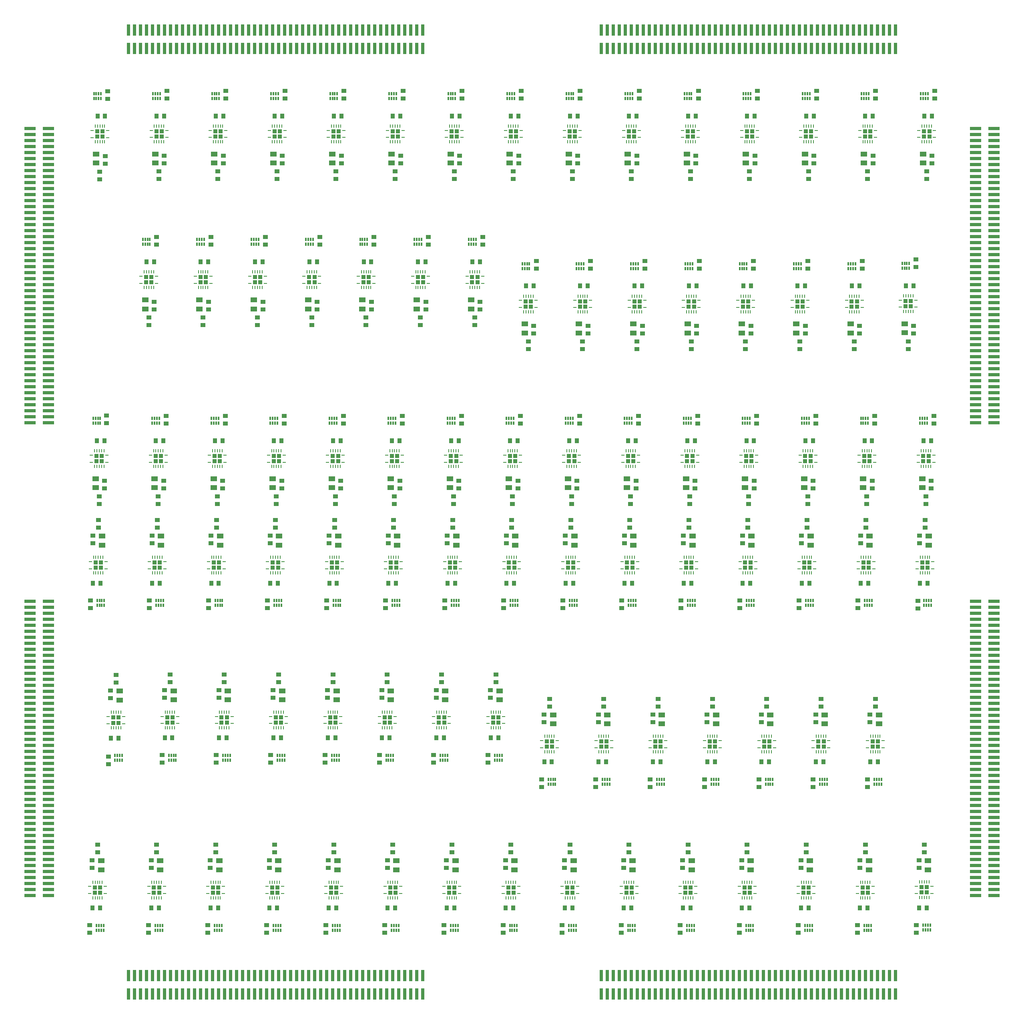
<source format=gbp>
G04 Layer_Color=128*
%FSLAX25Y25*%
%MOIN*%
G70*
G01*
G75*
%ADD11R,0.09449X0.02913*%
%ADD12R,0.02913X0.09449*%
%ADD25R,0.03937X0.03543*%
%ADD26R,0.03543X0.03937*%
%ADD27R,0.05512X0.04134*%
%ADD28R,0.01181X0.03150*%
G04:AMPARAMS|DCode=29|XSize=9.45mil|YSize=23.62mil|CornerRadius=1.98mil|HoleSize=0mil|Usage=FLASHONLY|Rotation=90.000|XOffset=0mil|YOffset=0mil|HoleType=Round|Shape=RoundedRectangle|*
%AMROUNDEDRECTD29*
21,1,0.00945,0.01965,0,0,90.0*
21,1,0.00548,0.02362,0,0,90.0*
1,1,0.00397,0.00983,0.00274*
1,1,0.00397,0.00983,-0.00274*
1,1,0.00397,-0.00983,-0.00274*
1,1,0.00397,-0.00983,0.00274*
%
%ADD29ROUNDEDRECTD29*%
G04:AMPARAMS|DCode=30|XSize=9.45mil|YSize=23.62mil|CornerRadius=1.98mil|HoleSize=0mil|Usage=FLASHONLY|Rotation=0.000|XOffset=0mil|YOffset=0mil|HoleType=Round|Shape=RoundedRectangle|*
%AMROUNDEDRECTD30*
21,1,0.00945,0.01965,0,0,0.0*
21,1,0.00548,0.02362,0,0,0.0*
1,1,0.00397,0.00274,-0.00983*
1,1,0.00397,-0.00274,-0.00983*
1,1,0.00397,-0.00274,0.00983*
1,1,0.00397,0.00274,0.00983*
%
%ADD30ROUNDEDRECTD30*%
G04:AMPARAMS|DCode=54|XSize=36.22mil|YSize=36.22mil|CornerRadius=1.99mil|HoleSize=0mil|Usage=FLASHONLY|Rotation=270.000|XOffset=0mil|YOffset=0mil|HoleType=Round|Shape=RoundedRectangle|*
%AMROUNDEDRECTD54*
21,1,0.03622,0.03224,0,0,270.0*
21,1,0.03224,0.03622,0,0,270.0*
1,1,0.00398,-0.01612,-0.01612*
1,1,0.00398,-0.01612,0.01612*
1,1,0.00398,0.01612,0.01612*
1,1,0.00398,0.01612,-0.01612*
%
%ADD54ROUNDEDRECTD54*%
D11*
X-386024Y319350D02*
D03*
Y314350D02*
D03*
Y309350D02*
D03*
Y304350D02*
D03*
Y299350D02*
D03*
Y294350D02*
D03*
Y289350D02*
D03*
Y284350D02*
D03*
Y279350D02*
D03*
Y274350D02*
D03*
Y269350D02*
D03*
Y264350D02*
D03*
Y259350D02*
D03*
Y254350D02*
D03*
Y249350D02*
D03*
Y244350D02*
D03*
Y239350D02*
D03*
Y234350D02*
D03*
Y229350D02*
D03*
Y224350D02*
D03*
Y219350D02*
D03*
Y214350D02*
D03*
Y209350D02*
D03*
Y204350D02*
D03*
Y199350D02*
D03*
Y194350D02*
D03*
Y189350D02*
D03*
Y184350D02*
D03*
Y179350D02*
D03*
Y174350D02*
D03*
Y169350D02*
D03*
Y164350D02*
D03*
Y159350D02*
D03*
Y154350D02*
D03*
Y149350D02*
D03*
Y144350D02*
D03*
Y139350D02*
D03*
Y134350D02*
D03*
Y129350D02*
D03*
Y124350D02*
D03*
Y119350D02*
D03*
Y114350D02*
D03*
Y109350D02*
D03*
Y104350D02*
D03*
Y99350D02*
D03*
Y94350D02*
D03*
Y89350D02*
D03*
Y84350D02*
D03*
Y79350D02*
D03*
Y74350D02*
D03*
X-401378Y319350D02*
D03*
Y314350D02*
D03*
Y309350D02*
D03*
Y304350D02*
D03*
Y299350D02*
D03*
Y294350D02*
D03*
Y289350D02*
D03*
Y284350D02*
D03*
Y279350D02*
D03*
Y274350D02*
D03*
Y269350D02*
D03*
Y264350D02*
D03*
Y259350D02*
D03*
Y254350D02*
D03*
Y249350D02*
D03*
Y244350D02*
D03*
Y239350D02*
D03*
Y234350D02*
D03*
Y229350D02*
D03*
Y224350D02*
D03*
Y219350D02*
D03*
Y214350D02*
D03*
Y209350D02*
D03*
Y204350D02*
D03*
Y199350D02*
D03*
Y194350D02*
D03*
Y189350D02*
D03*
Y184350D02*
D03*
Y179350D02*
D03*
Y174350D02*
D03*
Y169350D02*
D03*
Y164350D02*
D03*
Y159350D02*
D03*
Y154350D02*
D03*
Y149350D02*
D03*
Y144350D02*
D03*
Y139350D02*
D03*
Y134350D02*
D03*
Y129350D02*
D03*
Y124350D02*
D03*
Y119350D02*
D03*
Y114350D02*
D03*
Y109350D02*
D03*
Y104350D02*
D03*
Y99350D02*
D03*
Y94350D02*
D03*
Y89350D02*
D03*
Y84350D02*
D03*
Y79350D02*
D03*
Y74350D02*
D03*
X401378Y319350D02*
D03*
Y314350D02*
D03*
Y309350D02*
D03*
Y304350D02*
D03*
Y299350D02*
D03*
Y294350D02*
D03*
Y289350D02*
D03*
Y284350D02*
D03*
Y279350D02*
D03*
Y274350D02*
D03*
Y269350D02*
D03*
Y264350D02*
D03*
Y259350D02*
D03*
Y254350D02*
D03*
Y249350D02*
D03*
Y244350D02*
D03*
Y239350D02*
D03*
Y234350D02*
D03*
Y229350D02*
D03*
Y224350D02*
D03*
Y219350D02*
D03*
Y214350D02*
D03*
Y209350D02*
D03*
Y204350D02*
D03*
Y199350D02*
D03*
Y194350D02*
D03*
Y189350D02*
D03*
Y184350D02*
D03*
Y179350D02*
D03*
Y174350D02*
D03*
Y169350D02*
D03*
Y164350D02*
D03*
Y159350D02*
D03*
Y154350D02*
D03*
Y149350D02*
D03*
Y144350D02*
D03*
Y139350D02*
D03*
Y134350D02*
D03*
Y129350D02*
D03*
Y124350D02*
D03*
Y119350D02*
D03*
Y114350D02*
D03*
Y109350D02*
D03*
Y104350D02*
D03*
Y99350D02*
D03*
Y94350D02*
D03*
Y89350D02*
D03*
Y84350D02*
D03*
Y79350D02*
D03*
Y74350D02*
D03*
X386024Y319350D02*
D03*
Y314350D02*
D03*
Y309350D02*
D03*
Y304350D02*
D03*
Y299350D02*
D03*
Y294350D02*
D03*
Y289350D02*
D03*
Y284350D02*
D03*
Y279350D02*
D03*
Y274350D02*
D03*
Y269350D02*
D03*
Y264350D02*
D03*
Y259350D02*
D03*
Y254350D02*
D03*
Y249350D02*
D03*
Y244350D02*
D03*
Y239350D02*
D03*
Y234350D02*
D03*
Y229350D02*
D03*
Y224350D02*
D03*
Y219350D02*
D03*
Y214350D02*
D03*
Y209350D02*
D03*
Y204350D02*
D03*
Y199350D02*
D03*
Y194350D02*
D03*
Y189350D02*
D03*
Y184350D02*
D03*
Y179350D02*
D03*
Y174350D02*
D03*
Y169350D02*
D03*
Y164350D02*
D03*
Y159350D02*
D03*
Y154350D02*
D03*
Y149350D02*
D03*
Y144350D02*
D03*
Y139350D02*
D03*
Y134350D02*
D03*
Y129350D02*
D03*
Y124350D02*
D03*
Y119350D02*
D03*
Y114350D02*
D03*
Y109350D02*
D03*
Y104350D02*
D03*
Y99350D02*
D03*
Y94350D02*
D03*
Y89350D02*
D03*
Y84350D02*
D03*
Y79350D02*
D03*
Y74350D02*
D03*
X-401378Y-319350D02*
D03*
Y-314350D02*
D03*
Y-309350D02*
D03*
Y-304350D02*
D03*
Y-299350D02*
D03*
Y-294350D02*
D03*
Y-289350D02*
D03*
Y-284350D02*
D03*
Y-279350D02*
D03*
Y-274350D02*
D03*
Y-269350D02*
D03*
Y-264350D02*
D03*
Y-259350D02*
D03*
Y-254350D02*
D03*
Y-249350D02*
D03*
Y-244350D02*
D03*
Y-239350D02*
D03*
Y-234350D02*
D03*
Y-229350D02*
D03*
Y-224350D02*
D03*
Y-219350D02*
D03*
Y-214350D02*
D03*
Y-209350D02*
D03*
Y-204350D02*
D03*
Y-199350D02*
D03*
Y-194350D02*
D03*
Y-189350D02*
D03*
Y-184350D02*
D03*
Y-179350D02*
D03*
Y-174350D02*
D03*
Y-169350D02*
D03*
Y-164350D02*
D03*
Y-159350D02*
D03*
Y-154350D02*
D03*
Y-149350D02*
D03*
Y-144350D02*
D03*
Y-139350D02*
D03*
Y-134350D02*
D03*
Y-129350D02*
D03*
Y-124350D02*
D03*
Y-119350D02*
D03*
Y-114350D02*
D03*
Y-109350D02*
D03*
Y-104350D02*
D03*
Y-99350D02*
D03*
Y-94350D02*
D03*
Y-89350D02*
D03*
Y-84350D02*
D03*
Y-79350D02*
D03*
Y-74350D02*
D03*
X-386024Y-319350D02*
D03*
Y-314350D02*
D03*
Y-309350D02*
D03*
Y-304350D02*
D03*
Y-299350D02*
D03*
Y-294350D02*
D03*
Y-289350D02*
D03*
Y-284350D02*
D03*
Y-279350D02*
D03*
Y-274350D02*
D03*
Y-269350D02*
D03*
Y-264350D02*
D03*
Y-259350D02*
D03*
Y-254350D02*
D03*
Y-249350D02*
D03*
Y-244350D02*
D03*
Y-239350D02*
D03*
Y-234350D02*
D03*
Y-229350D02*
D03*
Y-224350D02*
D03*
Y-219350D02*
D03*
Y-214350D02*
D03*
Y-209350D02*
D03*
Y-204350D02*
D03*
Y-199350D02*
D03*
Y-194350D02*
D03*
Y-189350D02*
D03*
Y-184350D02*
D03*
Y-179350D02*
D03*
Y-174350D02*
D03*
Y-169350D02*
D03*
Y-164350D02*
D03*
Y-159350D02*
D03*
Y-154350D02*
D03*
Y-149350D02*
D03*
Y-144350D02*
D03*
Y-139350D02*
D03*
Y-134350D02*
D03*
Y-129350D02*
D03*
Y-124350D02*
D03*
Y-119350D02*
D03*
Y-114350D02*
D03*
Y-109350D02*
D03*
Y-104350D02*
D03*
Y-99350D02*
D03*
Y-94350D02*
D03*
Y-89350D02*
D03*
Y-84350D02*
D03*
Y-79350D02*
D03*
Y-74350D02*
D03*
X386024Y-319350D02*
D03*
Y-314350D02*
D03*
Y-309350D02*
D03*
Y-304350D02*
D03*
Y-299350D02*
D03*
Y-294350D02*
D03*
Y-289350D02*
D03*
Y-284350D02*
D03*
Y-279350D02*
D03*
Y-274350D02*
D03*
Y-269350D02*
D03*
Y-264350D02*
D03*
Y-259350D02*
D03*
Y-254350D02*
D03*
Y-249350D02*
D03*
Y-244350D02*
D03*
Y-239350D02*
D03*
Y-234350D02*
D03*
Y-229350D02*
D03*
Y-224350D02*
D03*
Y-219350D02*
D03*
Y-214350D02*
D03*
Y-209350D02*
D03*
Y-204350D02*
D03*
Y-199350D02*
D03*
Y-194350D02*
D03*
Y-189350D02*
D03*
Y-184350D02*
D03*
Y-179350D02*
D03*
Y-174350D02*
D03*
Y-169350D02*
D03*
Y-164350D02*
D03*
Y-159350D02*
D03*
Y-154350D02*
D03*
Y-149350D02*
D03*
Y-144350D02*
D03*
Y-139350D02*
D03*
Y-134350D02*
D03*
Y-129350D02*
D03*
Y-124350D02*
D03*
Y-119350D02*
D03*
Y-114350D02*
D03*
Y-109350D02*
D03*
Y-104350D02*
D03*
Y-99350D02*
D03*
Y-94350D02*
D03*
Y-89350D02*
D03*
Y-84350D02*
D03*
Y-79350D02*
D03*
Y-74350D02*
D03*
X401378Y-319350D02*
D03*
Y-314350D02*
D03*
Y-309350D02*
D03*
Y-304350D02*
D03*
Y-299350D02*
D03*
Y-294350D02*
D03*
Y-289350D02*
D03*
Y-284350D02*
D03*
Y-279350D02*
D03*
Y-274350D02*
D03*
Y-269350D02*
D03*
Y-264350D02*
D03*
Y-259350D02*
D03*
Y-254350D02*
D03*
Y-249350D02*
D03*
Y-244350D02*
D03*
Y-239350D02*
D03*
Y-234350D02*
D03*
Y-229350D02*
D03*
Y-224350D02*
D03*
Y-219350D02*
D03*
Y-214350D02*
D03*
Y-209350D02*
D03*
Y-204350D02*
D03*
Y-199350D02*
D03*
Y-194350D02*
D03*
Y-189350D02*
D03*
Y-184350D02*
D03*
Y-179350D02*
D03*
Y-174350D02*
D03*
Y-169350D02*
D03*
Y-164350D02*
D03*
Y-159350D02*
D03*
Y-154350D02*
D03*
Y-149350D02*
D03*
Y-144350D02*
D03*
Y-139350D02*
D03*
Y-134350D02*
D03*
Y-129350D02*
D03*
Y-124350D02*
D03*
Y-119350D02*
D03*
Y-114350D02*
D03*
Y-109350D02*
D03*
Y-104350D02*
D03*
Y-99350D02*
D03*
Y-94350D02*
D03*
Y-89350D02*
D03*
Y-84350D02*
D03*
Y-79350D02*
D03*
Y-74350D02*
D03*
D12*
X319350Y386024D02*
D03*
X314350D02*
D03*
X309350D02*
D03*
X304350D02*
D03*
X299350D02*
D03*
X294350D02*
D03*
X289350D02*
D03*
X284350D02*
D03*
X279350D02*
D03*
X274350D02*
D03*
X269350D02*
D03*
X264350D02*
D03*
X259350D02*
D03*
X254350D02*
D03*
X249350D02*
D03*
X244350D02*
D03*
X239350D02*
D03*
X234350D02*
D03*
X229350D02*
D03*
X224350D02*
D03*
X219350D02*
D03*
X214350D02*
D03*
X209350D02*
D03*
X204350D02*
D03*
X199350D02*
D03*
X194350D02*
D03*
X189350D02*
D03*
X184350D02*
D03*
X179350D02*
D03*
X174350D02*
D03*
X169350D02*
D03*
X164350D02*
D03*
X159350D02*
D03*
X154350D02*
D03*
X149350D02*
D03*
X144350D02*
D03*
X139350D02*
D03*
X134350D02*
D03*
X129350D02*
D03*
X124350D02*
D03*
X119350D02*
D03*
X114350D02*
D03*
X109350D02*
D03*
X104350D02*
D03*
X99350D02*
D03*
X94350D02*
D03*
X89350D02*
D03*
X84350D02*
D03*
X79350D02*
D03*
X74350D02*
D03*
X319350Y401378D02*
D03*
X314350D02*
D03*
X309350D02*
D03*
X304350D02*
D03*
X299350D02*
D03*
X294350D02*
D03*
X289350D02*
D03*
X284350D02*
D03*
X279350D02*
D03*
X274350D02*
D03*
X269350D02*
D03*
X264350D02*
D03*
X259350D02*
D03*
X254350D02*
D03*
X249350D02*
D03*
X244350D02*
D03*
X239350D02*
D03*
X234350D02*
D03*
X229350D02*
D03*
X224350D02*
D03*
X219350D02*
D03*
X214350D02*
D03*
X209350D02*
D03*
X204350D02*
D03*
X199350D02*
D03*
X194350D02*
D03*
X189350D02*
D03*
X184350D02*
D03*
X179350D02*
D03*
X174350D02*
D03*
X169350D02*
D03*
X164350D02*
D03*
X159350D02*
D03*
X154350D02*
D03*
X149350D02*
D03*
X144350D02*
D03*
X139350D02*
D03*
X134350D02*
D03*
X129350D02*
D03*
X124350D02*
D03*
X119350D02*
D03*
X114350D02*
D03*
X109350D02*
D03*
X104350D02*
D03*
X99350D02*
D03*
X94350D02*
D03*
X89350D02*
D03*
X84350D02*
D03*
X79350D02*
D03*
X74350D02*
D03*
X-319350Y386024D02*
D03*
X-314350D02*
D03*
X-309350D02*
D03*
X-304350D02*
D03*
X-299350D02*
D03*
X-294350D02*
D03*
X-289350D02*
D03*
X-284350D02*
D03*
X-279350D02*
D03*
X-274350D02*
D03*
X-269350D02*
D03*
X-264350D02*
D03*
X-259350D02*
D03*
X-254350D02*
D03*
X-249350D02*
D03*
X-244350D02*
D03*
X-239350D02*
D03*
X-234350D02*
D03*
X-229350D02*
D03*
X-224350D02*
D03*
X-219350D02*
D03*
X-214350D02*
D03*
X-209350D02*
D03*
X-204350D02*
D03*
X-199350D02*
D03*
X-194350D02*
D03*
X-189350D02*
D03*
X-184350D02*
D03*
X-179350D02*
D03*
X-174350D02*
D03*
X-169350D02*
D03*
X-164350D02*
D03*
X-159350D02*
D03*
X-154350D02*
D03*
X-149350D02*
D03*
X-144350D02*
D03*
X-139350D02*
D03*
X-134350D02*
D03*
X-129350D02*
D03*
X-124350D02*
D03*
X-119350D02*
D03*
X-114350D02*
D03*
X-109350D02*
D03*
X-104350D02*
D03*
X-99350D02*
D03*
X-94350D02*
D03*
X-89350D02*
D03*
X-84350D02*
D03*
X-79350D02*
D03*
X-74350D02*
D03*
X-319350Y401378D02*
D03*
X-314350D02*
D03*
X-309350D02*
D03*
X-304350D02*
D03*
X-299350D02*
D03*
X-294350D02*
D03*
X-289350D02*
D03*
X-284350D02*
D03*
X-279350D02*
D03*
X-274350D02*
D03*
X-269350D02*
D03*
X-264350D02*
D03*
X-259350D02*
D03*
X-254350D02*
D03*
X-249350D02*
D03*
X-244350D02*
D03*
X-239350D02*
D03*
X-234350D02*
D03*
X-229350D02*
D03*
X-224350D02*
D03*
X-219350D02*
D03*
X-214350D02*
D03*
X-209350D02*
D03*
X-204350D02*
D03*
X-199350D02*
D03*
X-194350D02*
D03*
X-189350D02*
D03*
X-184350D02*
D03*
X-179350D02*
D03*
X-174350D02*
D03*
X-169350D02*
D03*
X-164350D02*
D03*
X-159350D02*
D03*
X-154350D02*
D03*
X-149350D02*
D03*
X-144350D02*
D03*
X-139350D02*
D03*
X-134350D02*
D03*
X-129350D02*
D03*
X-124350D02*
D03*
X-119350D02*
D03*
X-114350D02*
D03*
X-109350D02*
D03*
X-104350D02*
D03*
X-99350D02*
D03*
X-94350D02*
D03*
X-89350D02*
D03*
X-84350D02*
D03*
X-79350D02*
D03*
X-74350D02*
D03*
X319350Y-386024D02*
D03*
X314350D02*
D03*
X309350D02*
D03*
X304350D02*
D03*
X299350D02*
D03*
X294350D02*
D03*
X289350D02*
D03*
X284350D02*
D03*
X279350D02*
D03*
X274350D02*
D03*
X269350D02*
D03*
X264350D02*
D03*
X259350D02*
D03*
X254350D02*
D03*
X249350D02*
D03*
X244350D02*
D03*
X239350D02*
D03*
X234350D02*
D03*
X229350D02*
D03*
X224350D02*
D03*
X219350D02*
D03*
X214350D02*
D03*
X209350D02*
D03*
X204350D02*
D03*
X199350D02*
D03*
X194350D02*
D03*
X189350D02*
D03*
X184350D02*
D03*
X179350D02*
D03*
X174350D02*
D03*
X169350D02*
D03*
X164350D02*
D03*
X159350D02*
D03*
X154350D02*
D03*
X149350D02*
D03*
X144350D02*
D03*
X139350D02*
D03*
X134350D02*
D03*
X129350D02*
D03*
X124350D02*
D03*
X119350D02*
D03*
X114350D02*
D03*
X109350D02*
D03*
X104350D02*
D03*
X99350D02*
D03*
X94350D02*
D03*
X89350D02*
D03*
X84350D02*
D03*
X79350D02*
D03*
X74350D02*
D03*
X319350Y-401378D02*
D03*
X314350D02*
D03*
X309350D02*
D03*
X304350D02*
D03*
X299350D02*
D03*
X294350D02*
D03*
X289350D02*
D03*
X284350D02*
D03*
X279350D02*
D03*
X274350D02*
D03*
X269350D02*
D03*
X264350D02*
D03*
X259350D02*
D03*
X254350D02*
D03*
X249350D02*
D03*
X244350D02*
D03*
X239350D02*
D03*
X234350D02*
D03*
X229350D02*
D03*
X224350D02*
D03*
X219350D02*
D03*
X214350D02*
D03*
X209350D02*
D03*
X204350D02*
D03*
X199350D02*
D03*
X194350D02*
D03*
X189350D02*
D03*
X184350D02*
D03*
X179350D02*
D03*
X174350D02*
D03*
X169350D02*
D03*
X164350D02*
D03*
X159350D02*
D03*
X154350D02*
D03*
X149350D02*
D03*
X144350D02*
D03*
X139350D02*
D03*
X134350D02*
D03*
X129350D02*
D03*
X124350D02*
D03*
X119350D02*
D03*
X114350D02*
D03*
X109350D02*
D03*
X104350D02*
D03*
X99350D02*
D03*
X94350D02*
D03*
X89350D02*
D03*
X84350D02*
D03*
X79350D02*
D03*
X74350D02*
D03*
X-319350Y-386024D02*
D03*
X-314350D02*
D03*
X-309350D02*
D03*
X-304350D02*
D03*
X-299350D02*
D03*
X-294350D02*
D03*
X-289350D02*
D03*
X-284350D02*
D03*
X-279350D02*
D03*
X-274350D02*
D03*
X-269350D02*
D03*
X-264350D02*
D03*
X-259350D02*
D03*
X-254350D02*
D03*
X-249350D02*
D03*
X-244350D02*
D03*
X-239350D02*
D03*
X-234350D02*
D03*
X-229350D02*
D03*
X-224350D02*
D03*
X-219350D02*
D03*
X-214350D02*
D03*
X-209350D02*
D03*
X-204350D02*
D03*
X-199350D02*
D03*
X-194350D02*
D03*
X-189350D02*
D03*
X-184350D02*
D03*
X-179350D02*
D03*
X-174350D02*
D03*
X-169350D02*
D03*
X-164350D02*
D03*
X-159350D02*
D03*
X-154350D02*
D03*
X-149350D02*
D03*
X-144350D02*
D03*
X-139350D02*
D03*
X-134350D02*
D03*
X-129350D02*
D03*
X-124350D02*
D03*
X-119350D02*
D03*
X-114350D02*
D03*
X-109350D02*
D03*
X-104350D02*
D03*
X-99350D02*
D03*
X-94350D02*
D03*
X-89350D02*
D03*
X-84350D02*
D03*
X-79350D02*
D03*
X-74350D02*
D03*
X-319350Y-401378D02*
D03*
X-314350D02*
D03*
X-309350D02*
D03*
X-304350D02*
D03*
X-299350D02*
D03*
X-294350D02*
D03*
X-289350D02*
D03*
X-284350D02*
D03*
X-279350D02*
D03*
X-274350D02*
D03*
X-269350D02*
D03*
X-264350D02*
D03*
X-259350D02*
D03*
X-254350D02*
D03*
X-249350D02*
D03*
X-244350D02*
D03*
X-239350D02*
D03*
X-234350D02*
D03*
X-229350D02*
D03*
X-224350D02*
D03*
X-219350D02*
D03*
X-214350D02*
D03*
X-209350D02*
D03*
X-204350D02*
D03*
X-199350D02*
D03*
X-194350D02*
D03*
X-189350D02*
D03*
X-184350D02*
D03*
X-179350D02*
D03*
X-174350D02*
D03*
X-169350D02*
D03*
X-164350D02*
D03*
X-159350D02*
D03*
X-154350D02*
D03*
X-149350D02*
D03*
X-144350D02*
D03*
X-139350D02*
D03*
X-134350D02*
D03*
X-129350D02*
D03*
X-124350D02*
D03*
X-119350D02*
D03*
X-114350D02*
D03*
X-109350D02*
D03*
X-104350D02*
D03*
X-99350D02*
D03*
X-94350D02*
D03*
X-89350D02*
D03*
X-84350D02*
D03*
X-79350D02*
D03*
X-74350D02*
D03*
D25*
X-351793Y-350446D02*
D03*
Y-344146D02*
D03*
X-302619Y-350446D02*
D03*
Y-344146D02*
D03*
X-253445Y-350446D02*
D03*
Y-344146D02*
D03*
X-204271Y-350446D02*
D03*
Y-344146D02*
D03*
X-155097Y-350446D02*
D03*
Y-344146D02*
D03*
X-105923Y-350446D02*
D03*
Y-344146D02*
D03*
X-56749Y-350446D02*
D03*
Y-344146D02*
D03*
X-7575Y-350446D02*
D03*
Y-344146D02*
D03*
X41599Y-350446D02*
D03*
Y-344146D02*
D03*
X90773Y-350446D02*
D03*
Y-344146D02*
D03*
X139947Y-350446D02*
D03*
Y-344146D02*
D03*
X189121Y-350446D02*
D03*
Y-344146D02*
D03*
X238295Y-350446D02*
D03*
Y-344146D02*
D03*
X287469Y-350446D02*
D03*
Y-344146D02*
D03*
X-336230Y-210144D02*
D03*
Y-203845D02*
D03*
X-291516Y-208870D02*
D03*
Y-202571D02*
D03*
X-246280Y-208870D02*
D03*
Y-202571D02*
D03*
X-201043Y-208870D02*
D03*
Y-202571D02*
D03*
X-155806Y-208870D02*
D03*
Y-202571D02*
D03*
X-110569Y-208870D02*
D03*
Y-202571D02*
D03*
X-65332Y-208870D02*
D03*
Y-202571D02*
D03*
X-20094Y-208870D02*
D03*
Y-202571D02*
D03*
X336638Y-350365D02*
D03*
Y-344066D02*
D03*
X24496Y-228972D02*
D03*
Y-222673D02*
D03*
X69733Y-228972D02*
D03*
Y-222673D02*
D03*
X114970Y-228972D02*
D03*
Y-222673D02*
D03*
X160207Y-228972D02*
D03*
Y-222673D02*
D03*
X205444Y-228972D02*
D03*
Y-222673D02*
D03*
X250681Y-228972D02*
D03*
Y-222673D02*
D03*
X295918Y-228972D02*
D03*
Y-222673D02*
D03*
X-351193Y-80024D02*
D03*
Y-73725D02*
D03*
X-302019Y-80024D02*
D03*
Y-73725D02*
D03*
X-252845Y-80024D02*
D03*
Y-73725D02*
D03*
X-203671Y-80024D02*
D03*
Y-73725D02*
D03*
X-154497Y-80024D02*
D03*
Y-73725D02*
D03*
X-105323Y-80024D02*
D03*
Y-73725D02*
D03*
X-56149Y-80024D02*
D03*
Y-73725D02*
D03*
X-6975Y-80024D02*
D03*
Y-73725D02*
D03*
X42199Y-80024D02*
D03*
Y-73725D02*
D03*
X91373Y-80024D02*
D03*
Y-73725D02*
D03*
X140547Y-80024D02*
D03*
Y-73725D02*
D03*
X189721Y-80024D02*
D03*
Y-73725D02*
D03*
X238895Y-80024D02*
D03*
Y-73725D02*
D03*
X288069Y-80024D02*
D03*
Y-73725D02*
D03*
X337795Y-80315D02*
D03*
Y-74016D02*
D03*
X-349663Y-290132D02*
D03*
Y-296431D02*
D03*
X-300489Y-290132D02*
D03*
Y-296431D02*
D03*
X-251315Y-290132D02*
D03*
Y-296431D02*
D03*
X-202141Y-290132D02*
D03*
Y-296431D02*
D03*
X-152967Y-290132D02*
D03*
Y-296431D02*
D03*
X-103793Y-290132D02*
D03*
Y-296431D02*
D03*
X-54619Y-290132D02*
D03*
Y-296431D02*
D03*
X-5445Y-290132D02*
D03*
Y-296431D02*
D03*
X43729Y-290132D02*
D03*
Y-296431D02*
D03*
X92903Y-290132D02*
D03*
Y-296431D02*
D03*
X142077Y-290132D02*
D03*
Y-296431D02*
D03*
X191251Y-290132D02*
D03*
Y-296431D02*
D03*
X240425Y-290132D02*
D03*
Y-296431D02*
D03*
X289599Y-290132D02*
D03*
Y-296431D02*
D03*
X-334261Y-148727D02*
D03*
Y-155026D02*
D03*
X-289387Y-148556D02*
D03*
Y-154855D02*
D03*
X-244149Y-148556D02*
D03*
Y-154855D02*
D03*
X-198913Y-148556D02*
D03*
Y-154855D02*
D03*
X-153676Y-148556D02*
D03*
Y-154855D02*
D03*
X-108439Y-148556D02*
D03*
Y-154855D02*
D03*
X-63202Y-148556D02*
D03*
Y-154855D02*
D03*
X-17965Y-148556D02*
D03*
Y-154855D02*
D03*
X338768Y-290051D02*
D03*
Y-296350D02*
D03*
X26626Y-168658D02*
D03*
Y-174957D02*
D03*
X71863Y-168658D02*
D03*
Y-174957D02*
D03*
X117100Y-168658D02*
D03*
Y-174957D02*
D03*
X162337Y-168658D02*
D03*
Y-174957D02*
D03*
X207574Y-168658D02*
D03*
Y-174957D02*
D03*
X252811Y-168658D02*
D03*
Y-174957D02*
D03*
X298048Y-168658D02*
D03*
Y-174957D02*
D03*
X-349063Y-19710D02*
D03*
Y-26009D02*
D03*
X-299889Y-19710D02*
D03*
Y-26009D02*
D03*
X-250715Y-19710D02*
D03*
Y-26009D02*
D03*
X-201541Y-19710D02*
D03*
Y-26009D02*
D03*
X-152367Y-19710D02*
D03*
Y-26009D02*
D03*
X-103193Y-19710D02*
D03*
Y-26009D02*
D03*
X-54019Y-19710D02*
D03*
Y-26009D02*
D03*
X-4845Y-19710D02*
D03*
Y-26009D02*
D03*
X44329Y-19710D02*
D03*
Y-26009D02*
D03*
X93503Y-19710D02*
D03*
Y-26009D02*
D03*
X142677Y-19710D02*
D03*
Y-26009D02*
D03*
X191851Y-19710D02*
D03*
Y-26009D02*
D03*
X241025Y-19710D02*
D03*
Y-26009D02*
D03*
X290199Y-19710D02*
D03*
Y-26009D02*
D03*
X339373Y-19710D02*
D03*
Y-26009D02*
D03*
X-345163Y-277132D02*
D03*
Y-283431D02*
D03*
X-295989Y-277132D02*
D03*
Y-283431D02*
D03*
X-246815Y-277132D02*
D03*
Y-283431D02*
D03*
X-197641Y-277132D02*
D03*
Y-283431D02*
D03*
X-148467Y-277132D02*
D03*
Y-283431D02*
D03*
X-99293Y-277132D02*
D03*
Y-283431D02*
D03*
X-50119Y-277132D02*
D03*
Y-283431D02*
D03*
X-945Y-277132D02*
D03*
Y-283431D02*
D03*
X48229Y-277132D02*
D03*
Y-283431D02*
D03*
X97403Y-277132D02*
D03*
Y-283431D02*
D03*
X146577Y-277132D02*
D03*
Y-283431D02*
D03*
X195751Y-277132D02*
D03*
Y-283431D02*
D03*
X244925Y-277132D02*
D03*
Y-283431D02*
D03*
X294099Y-277132D02*
D03*
Y-283431D02*
D03*
X-329761Y-135727D02*
D03*
Y-142026D02*
D03*
X-284887Y-135556D02*
D03*
Y-141855D02*
D03*
X-239650Y-135556D02*
D03*
Y-141855D02*
D03*
X-194413Y-135556D02*
D03*
Y-141855D02*
D03*
X-149176Y-135556D02*
D03*
Y-141855D02*
D03*
X-103939Y-135556D02*
D03*
Y-141855D02*
D03*
X-58702Y-135556D02*
D03*
Y-141855D02*
D03*
X-13465Y-135556D02*
D03*
Y-141855D02*
D03*
X343268Y-277051D02*
D03*
Y-283350D02*
D03*
X31126Y-155658D02*
D03*
Y-161957D02*
D03*
X76363Y-155658D02*
D03*
Y-161957D02*
D03*
X121600Y-155658D02*
D03*
Y-161957D02*
D03*
X166837Y-155658D02*
D03*
Y-161957D02*
D03*
X212074Y-155658D02*
D03*
Y-161957D02*
D03*
X257311Y-155658D02*
D03*
Y-161957D02*
D03*
X302548Y-155658D02*
D03*
Y-161957D02*
D03*
X-344563Y-6709D02*
D03*
Y-13009D02*
D03*
X-295389Y-6709D02*
D03*
Y-13009D02*
D03*
X-246215Y-6709D02*
D03*
Y-13009D02*
D03*
X-197041Y-6709D02*
D03*
Y-13009D02*
D03*
X-147867Y-6709D02*
D03*
Y-13009D02*
D03*
X-98693Y-6709D02*
D03*
Y-13009D02*
D03*
X-49519Y-6709D02*
D03*
Y-13009D02*
D03*
X-345Y-6709D02*
D03*
Y-13009D02*
D03*
X48829Y-6709D02*
D03*
Y-13009D02*
D03*
X98003Y-6709D02*
D03*
Y-13009D02*
D03*
X147177Y-6709D02*
D03*
Y-13009D02*
D03*
X196351Y-6709D02*
D03*
Y-13009D02*
D03*
X245525Y-6709D02*
D03*
Y-13009D02*
D03*
X294699Y-6709D02*
D03*
Y-13009D02*
D03*
X343873Y-6709D02*
D03*
Y-13009D02*
D03*
X-337795Y80315D02*
D03*
Y74016D02*
D03*
X-288069Y80024D02*
D03*
Y73725D02*
D03*
X-238895Y80024D02*
D03*
Y73725D02*
D03*
X-189721Y80024D02*
D03*
Y73725D02*
D03*
X-140547Y80024D02*
D03*
Y73725D02*
D03*
X-91373Y80024D02*
D03*
Y73725D02*
D03*
X-42199Y80024D02*
D03*
Y73725D02*
D03*
X6975Y80024D02*
D03*
Y73725D02*
D03*
X56149Y80024D02*
D03*
Y73725D02*
D03*
X105323Y80024D02*
D03*
Y73725D02*
D03*
X154497Y80024D02*
D03*
Y73725D02*
D03*
X203671Y80024D02*
D03*
Y73725D02*
D03*
X252845Y80024D02*
D03*
Y73725D02*
D03*
X302019Y80024D02*
D03*
Y73725D02*
D03*
X351193Y80024D02*
D03*
Y73725D02*
D03*
X-295918Y228972D02*
D03*
Y222673D02*
D03*
X-250681Y228972D02*
D03*
Y222673D02*
D03*
X-205444Y228972D02*
D03*
Y222673D02*
D03*
X-160207Y228972D02*
D03*
Y222673D02*
D03*
X-114970Y228972D02*
D03*
Y222673D02*
D03*
X-69733Y228972D02*
D03*
Y222673D02*
D03*
X-24496Y228972D02*
D03*
Y222673D02*
D03*
X-336638Y350365D02*
D03*
Y344066D02*
D03*
X20094Y208870D02*
D03*
Y202571D02*
D03*
X65332Y208870D02*
D03*
Y202571D02*
D03*
X110569Y208870D02*
D03*
Y202571D02*
D03*
X155806Y208870D02*
D03*
Y202571D02*
D03*
X201043Y208870D02*
D03*
Y202571D02*
D03*
X246280Y208870D02*
D03*
Y202571D02*
D03*
X291516Y208870D02*
D03*
Y202571D02*
D03*
X336230Y210144D02*
D03*
Y203845D02*
D03*
X-287469Y350446D02*
D03*
Y344146D02*
D03*
X-238295Y350446D02*
D03*
Y344146D02*
D03*
X-189121Y350446D02*
D03*
Y344146D02*
D03*
X-139947Y350446D02*
D03*
Y344146D02*
D03*
X-90773Y350446D02*
D03*
Y344146D02*
D03*
X-41599Y350446D02*
D03*
Y344146D02*
D03*
X7575Y350446D02*
D03*
Y344146D02*
D03*
X56749Y350446D02*
D03*
Y344146D02*
D03*
X105923Y350446D02*
D03*
Y344146D02*
D03*
X155097Y350446D02*
D03*
Y344146D02*
D03*
X204271Y350446D02*
D03*
Y344146D02*
D03*
X253445Y350446D02*
D03*
Y344146D02*
D03*
X302619Y350446D02*
D03*
Y344146D02*
D03*
X351793Y350446D02*
D03*
Y344146D02*
D03*
X-339373Y19710D02*
D03*
Y26009D02*
D03*
X-343873Y6709D02*
D03*
Y13009D02*
D03*
X-290199Y19710D02*
D03*
Y26009D02*
D03*
X-294699Y6709D02*
D03*
Y13009D02*
D03*
X-241025Y19710D02*
D03*
Y26009D02*
D03*
X-245525Y6709D02*
D03*
Y13009D02*
D03*
X-191851Y19710D02*
D03*
Y26009D02*
D03*
X-196351Y6709D02*
D03*
Y13009D02*
D03*
X-142677Y19710D02*
D03*
Y26009D02*
D03*
X-147177Y6709D02*
D03*
Y13009D02*
D03*
X-93503Y19710D02*
D03*
Y26009D02*
D03*
X-98003Y6709D02*
D03*
Y13009D02*
D03*
X-44329Y19710D02*
D03*
Y26009D02*
D03*
X-48829Y6709D02*
D03*
Y13009D02*
D03*
X4845Y19710D02*
D03*
Y26009D02*
D03*
X345Y6709D02*
D03*
Y13009D02*
D03*
X54019Y19710D02*
D03*
Y26009D02*
D03*
X49519Y6709D02*
D03*
Y13009D02*
D03*
X103193Y19710D02*
D03*
Y26009D02*
D03*
X98693Y6709D02*
D03*
Y13009D02*
D03*
X152367Y19710D02*
D03*
Y26009D02*
D03*
X147867Y6709D02*
D03*
Y13009D02*
D03*
X201541Y19710D02*
D03*
Y26009D02*
D03*
X197041Y6709D02*
D03*
Y13009D02*
D03*
X250715Y19710D02*
D03*
Y26009D02*
D03*
X246215Y6709D02*
D03*
Y13009D02*
D03*
X299889Y19710D02*
D03*
Y26009D02*
D03*
X295389Y6709D02*
D03*
Y13009D02*
D03*
X349063Y19710D02*
D03*
Y26009D02*
D03*
X344563Y6709D02*
D03*
Y13009D02*
D03*
X-298048Y168658D02*
D03*
Y174957D02*
D03*
X-302548Y155658D02*
D03*
Y161957D02*
D03*
X-252811Y168658D02*
D03*
Y174957D02*
D03*
X-257311Y155658D02*
D03*
Y161957D02*
D03*
X-207574Y168658D02*
D03*
Y174957D02*
D03*
X-212074Y155658D02*
D03*
Y161957D02*
D03*
X-162337Y168658D02*
D03*
Y174957D02*
D03*
X-166837Y155658D02*
D03*
Y161957D02*
D03*
X-117100Y168658D02*
D03*
Y174957D02*
D03*
X-121600Y155658D02*
D03*
Y161957D02*
D03*
X-71863Y168658D02*
D03*
Y174957D02*
D03*
X-76363Y155658D02*
D03*
Y161957D02*
D03*
X-26626Y168658D02*
D03*
Y174957D02*
D03*
X-31126Y155658D02*
D03*
Y161957D02*
D03*
X-338768Y290051D02*
D03*
Y296350D02*
D03*
X-343268Y277051D02*
D03*
Y283350D02*
D03*
X17965Y148556D02*
D03*
Y154855D02*
D03*
X13465Y135556D02*
D03*
Y141855D02*
D03*
X63202Y148556D02*
D03*
Y154855D02*
D03*
X58702Y135556D02*
D03*
Y141855D02*
D03*
X108439Y148556D02*
D03*
Y154855D02*
D03*
X103939Y135556D02*
D03*
Y141855D02*
D03*
X153676Y148556D02*
D03*
Y154855D02*
D03*
X149176Y135556D02*
D03*
Y141855D02*
D03*
X198913Y148556D02*
D03*
Y154855D02*
D03*
X194413Y135556D02*
D03*
Y141855D02*
D03*
X244149Y148556D02*
D03*
Y154855D02*
D03*
X239650Y135556D02*
D03*
Y141855D02*
D03*
X289387Y148556D02*
D03*
Y154855D02*
D03*
X284887Y135556D02*
D03*
Y141855D02*
D03*
X334261Y148727D02*
D03*
Y155026D02*
D03*
X329761Y135727D02*
D03*
Y142026D02*
D03*
X-289599Y290132D02*
D03*
Y296431D02*
D03*
X-294099Y277132D02*
D03*
Y283431D02*
D03*
X-240425Y290132D02*
D03*
Y296431D02*
D03*
X-244925Y277132D02*
D03*
Y283431D02*
D03*
X-191251Y290132D02*
D03*
Y296431D02*
D03*
X-195751Y277132D02*
D03*
Y283431D02*
D03*
X-142077Y290132D02*
D03*
Y296431D02*
D03*
X-146577Y277132D02*
D03*
Y283431D02*
D03*
X-92903Y290132D02*
D03*
Y296431D02*
D03*
X-97403Y277132D02*
D03*
Y283431D02*
D03*
X-43729Y290132D02*
D03*
Y296431D02*
D03*
X-48229Y277132D02*
D03*
Y283431D02*
D03*
X5445Y290132D02*
D03*
Y296431D02*
D03*
X945Y277132D02*
D03*
Y283431D02*
D03*
X54619Y290132D02*
D03*
Y296431D02*
D03*
X50119Y277132D02*
D03*
Y283431D02*
D03*
X103793Y290132D02*
D03*
Y296431D02*
D03*
X99293Y277132D02*
D03*
Y283431D02*
D03*
X152967Y290132D02*
D03*
Y296431D02*
D03*
X148467Y277132D02*
D03*
Y283431D02*
D03*
X202141Y290132D02*
D03*
Y296431D02*
D03*
X197641Y277132D02*
D03*
Y283431D02*
D03*
X251315Y290132D02*
D03*
Y296431D02*
D03*
X246815Y277132D02*
D03*
Y283431D02*
D03*
X300489Y290132D02*
D03*
Y296431D02*
D03*
X295989Y277132D02*
D03*
Y283431D02*
D03*
X349663Y290132D02*
D03*
Y296431D02*
D03*
X345163Y277132D02*
D03*
Y283431D02*
D03*
D26*
X-349513Y-329681D02*
D03*
X-343213D02*
D03*
X-300339D02*
D03*
X-294039D02*
D03*
X-251165D02*
D03*
X-244865D02*
D03*
X-201991D02*
D03*
X-195691D02*
D03*
X-152817D02*
D03*
X-146517D02*
D03*
X-103643D02*
D03*
X-97343D02*
D03*
X-54469D02*
D03*
X-48169D02*
D03*
X-5295D02*
D03*
X1005D02*
D03*
X43879D02*
D03*
X50179D02*
D03*
X93053D02*
D03*
X99353D02*
D03*
X142228D02*
D03*
X148527D02*
D03*
X191402D02*
D03*
X197701D02*
D03*
X240576D02*
D03*
X246875D02*
D03*
X289750D02*
D03*
X296049D02*
D03*
X-334111Y-188276D02*
D03*
X-327812D02*
D03*
X-289236Y-188105D02*
D03*
X-282937D02*
D03*
X-243999D02*
D03*
X-237700D02*
D03*
X-198762D02*
D03*
X-192463D02*
D03*
X-153525D02*
D03*
X-147226D02*
D03*
X-108288D02*
D03*
X-101989D02*
D03*
X-63051D02*
D03*
X-56752D02*
D03*
X-17814D02*
D03*
X-11515D02*
D03*
X338918Y-329601D02*
D03*
X345218D02*
D03*
X26776Y-208208D02*
D03*
X33075D02*
D03*
X72013D02*
D03*
X78312D02*
D03*
X117250D02*
D03*
X123550D02*
D03*
X162487D02*
D03*
X168787D02*
D03*
X207724D02*
D03*
X214024D02*
D03*
X252961D02*
D03*
X259261D02*
D03*
X298198D02*
D03*
X304498D02*
D03*
X-348913Y-59259D02*
D03*
X-342613D02*
D03*
X-299739D02*
D03*
X-293439D02*
D03*
X-250565D02*
D03*
X-244265D02*
D03*
X-201391D02*
D03*
X-195091D02*
D03*
X-152217D02*
D03*
X-145917D02*
D03*
X-103043D02*
D03*
X-96743D02*
D03*
X-53869D02*
D03*
X-47569D02*
D03*
X-4695D02*
D03*
X1605D02*
D03*
X44479D02*
D03*
X50779D02*
D03*
X93653D02*
D03*
X99953D02*
D03*
X142828D02*
D03*
X149127D02*
D03*
X192002D02*
D03*
X198301D02*
D03*
X241176D02*
D03*
X247475D02*
D03*
X290350D02*
D03*
X296649D02*
D03*
X339524D02*
D03*
X345823D02*
D03*
X-339524Y59259D02*
D03*
X-345823D02*
D03*
X-290350D02*
D03*
X-296649D02*
D03*
X-241176D02*
D03*
X-247475D02*
D03*
X-192002D02*
D03*
X-198301D02*
D03*
X-142828D02*
D03*
X-149127D02*
D03*
X-93653D02*
D03*
X-99953D02*
D03*
X-44479D02*
D03*
X-50779D02*
D03*
X4695D02*
D03*
X-1605D02*
D03*
X53869D02*
D03*
X47569D02*
D03*
X103043D02*
D03*
X96743D02*
D03*
X152217D02*
D03*
X145917D02*
D03*
X201391D02*
D03*
X195091D02*
D03*
X250565D02*
D03*
X244265D02*
D03*
X299739D02*
D03*
X293439D02*
D03*
X348913D02*
D03*
X342613D02*
D03*
X-298198Y208208D02*
D03*
X-304498D02*
D03*
X-252961D02*
D03*
X-259261D02*
D03*
X-207724D02*
D03*
X-214024D02*
D03*
X-162487D02*
D03*
X-168787D02*
D03*
X-117250D02*
D03*
X-123550D02*
D03*
X-72013D02*
D03*
X-78312D02*
D03*
X-26776D02*
D03*
X-33075D02*
D03*
X-338918Y329601D02*
D03*
X-345218D02*
D03*
X17814Y188105D02*
D03*
X11515D02*
D03*
X63051D02*
D03*
X56752D02*
D03*
X108288D02*
D03*
X101989D02*
D03*
X153525D02*
D03*
X147226D02*
D03*
X198762D02*
D03*
X192463D02*
D03*
X243999D02*
D03*
X237700D02*
D03*
X289236D02*
D03*
X282937D02*
D03*
X334111Y188276D02*
D03*
X327812D02*
D03*
X-289750Y329681D02*
D03*
X-296049D02*
D03*
X-240576D02*
D03*
X-246875D02*
D03*
X-191402D02*
D03*
X-197701D02*
D03*
X-142228D02*
D03*
X-148527D02*
D03*
X-93053D02*
D03*
X-99353D02*
D03*
X-43879D02*
D03*
X-50179D02*
D03*
X5295D02*
D03*
X-1005D02*
D03*
X54469D02*
D03*
X48169D02*
D03*
X103643D02*
D03*
X97343D02*
D03*
X152817D02*
D03*
X146517D02*
D03*
X201991D02*
D03*
X195691D02*
D03*
X251165D02*
D03*
X244865D02*
D03*
X300339D02*
D03*
X294039D02*
D03*
X349513D02*
D03*
X343213D02*
D03*
D27*
X-342163Y-290541D02*
D03*
Y-298021D02*
D03*
X-292989Y-290541D02*
D03*
Y-298021D02*
D03*
X-243815Y-290541D02*
D03*
Y-298021D02*
D03*
X-194641Y-290541D02*
D03*
Y-298021D02*
D03*
X-145467Y-290541D02*
D03*
Y-298021D02*
D03*
X-96293Y-290541D02*
D03*
Y-298021D02*
D03*
X-47119Y-290541D02*
D03*
Y-298021D02*
D03*
X2055Y-290541D02*
D03*
Y-298021D02*
D03*
X51229Y-290541D02*
D03*
Y-298021D02*
D03*
X100403Y-290541D02*
D03*
Y-298021D02*
D03*
X149577Y-290541D02*
D03*
Y-298021D02*
D03*
X198751Y-290541D02*
D03*
Y-298021D02*
D03*
X247925Y-290541D02*
D03*
Y-298021D02*
D03*
X297099Y-290541D02*
D03*
Y-298021D02*
D03*
X-326761Y-149136D02*
D03*
Y-156616D02*
D03*
X-281887Y-148966D02*
D03*
Y-156446D02*
D03*
X-236649Y-148966D02*
D03*
Y-156446D02*
D03*
X-191413Y-148966D02*
D03*
Y-156446D02*
D03*
X-146176Y-148966D02*
D03*
Y-156446D02*
D03*
X-100939Y-148966D02*
D03*
Y-156446D02*
D03*
X-55702Y-148966D02*
D03*
Y-156446D02*
D03*
X-10465Y-148966D02*
D03*
Y-156446D02*
D03*
X346268Y-290461D02*
D03*
Y-297941D02*
D03*
X34126Y-169068D02*
D03*
Y-176548D02*
D03*
X79363Y-169068D02*
D03*
Y-176548D02*
D03*
X124600Y-169068D02*
D03*
Y-176548D02*
D03*
X169837Y-169068D02*
D03*
Y-176548D02*
D03*
X215074Y-169068D02*
D03*
Y-176548D02*
D03*
X260311Y-169068D02*
D03*
Y-176548D02*
D03*
X305548Y-169068D02*
D03*
Y-176548D02*
D03*
X-341563Y-20119D02*
D03*
Y-27599D02*
D03*
X-292389Y-20119D02*
D03*
Y-27599D02*
D03*
X-243215Y-20119D02*
D03*
Y-27599D02*
D03*
X-194041Y-20119D02*
D03*
Y-27599D02*
D03*
X-144867Y-20119D02*
D03*
Y-27599D02*
D03*
X-95693Y-20119D02*
D03*
Y-27599D02*
D03*
X-46519Y-20119D02*
D03*
Y-27599D02*
D03*
X2655Y-20119D02*
D03*
Y-27599D02*
D03*
X51829Y-20119D02*
D03*
Y-27599D02*
D03*
X101003Y-20119D02*
D03*
Y-27599D02*
D03*
X150177Y-20119D02*
D03*
Y-27599D02*
D03*
X199351Y-20119D02*
D03*
Y-27599D02*
D03*
X248525Y-20119D02*
D03*
Y-27599D02*
D03*
X297699Y-20119D02*
D03*
Y-27599D02*
D03*
X346873Y-20119D02*
D03*
Y-27599D02*
D03*
X-346873Y20119D02*
D03*
Y27599D02*
D03*
X-297699Y20119D02*
D03*
Y27599D02*
D03*
X-248525Y20119D02*
D03*
Y27599D02*
D03*
X-199351Y20119D02*
D03*
Y27599D02*
D03*
X-150177Y20119D02*
D03*
Y27599D02*
D03*
X-101003Y20119D02*
D03*
Y27599D02*
D03*
X-51829Y20119D02*
D03*
Y27599D02*
D03*
X-2655Y20119D02*
D03*
Y27599D02*
D03*
X46519Y20119D02*
D03*
Y27599D02*
D03*
X95693Y20119D02*
D03*
Y27599D02*
D03*
X144867Y20119D02*
D03*
Y27599D02*
D03*
X194041Y20119D02*
D03*
Y27599D02*
D03*
X243215Y20119D02*
D03*
Y27599D02*
D03*
X292389Y20119D02*
D03*
Y27599D02*
D03*
X341563Y20119D02*
D03*
Y27599D02*
D03*
X-305548Y169068D02*
D03*
Y176548D02*
D03*
X-260311Y169068D02*
D03*
Y176548D02*
D03*
X-215074Y169068D02*
D03*
Y176548D02*
D03*
X-169837Y169068D02*
D03*
Y176548D02*
D03*
X-124600Y169068D02*
D03*
Y176548D02*
D03*
X-79363Y169068D02*
D03*
Y176548D02*
D03*
X-34126Y169068D02*
D03*
Y176548D02*
D03*
X-346268Y290461D02*
D03*
Y297941D02*
D03*
X10465Y148966D02*
D03*
Y156446D02*
D03*
X55702Y148966D02*
D03*
Y156446D02*
D03*
X100939Y148966D02*
D03*
Y156446D02*
D03*
X146176Y148966D02*
D03*
Y156446D02*
D03*
X191413Y148966D02*
D03*
Y156446D02*
D03*
X236649Y148966D02*
D03*
Y156446D02*
D03*
X281887Y148966D02*
D03*
Y156446D02*
D03*
X326761Y149136D02*
D03*
Y156616D02*
D03*
X-297099Y290541D02*
D03*
Y298021D02*
D03*
X-247925Y290541D02*
D03*
Y298021D02*
D03*
X-198751Y290541D02*
D03*
Y298021D02*
D03*
X-149577Y290541D02*
D03*
Y298021D02*
D03*
X-100403Y290541D02*
D03*
Y298021D02*
D03*
X-51229Y290541D02*
D03*
Y298021D02*
D03*
X-2055Y290541D02*
D03*
Y298021D02*
D03*
X47119Y290541D02*
D03*
Y298021D02*
D03*
X96293Y290541D02*
D03*
Y298021D02*
D03*
X145467Y290541D02*
D03*
Y298021D02*
D03*
X194641Y290541D02*
D03*
Y298021D02*
D03*
X243815Y290541D02*
D03*
Y298021D02*
D03*
X292989Y290541D02*
D03*
Y298021D02*
D03*
X342163Y290541D02*
D03*
Y298021D02*
D03*
D28*
X-346116Y-344313D02*
D03*
X-344147D02*
D03*
X-342179D02*
D03*
X-340210D02*
D03*
X-346116Y-348250D02*
D03*
X-344147D02*
D03*
X-342179D02*
D03*
X-340210D02*
D03*
X-296942Y-344313D02*
D03*
X-294973D02*
D03*
X-293005D02*
D03*
X-291036D02*
D03*
X-296942Y-348250D02*
D03*
X-294973D02*
D03*
X-293005D02*
D03*
X-291036D02*
D03*
X-247768Y-344313D02*
D03*
X-245799D02*
D03*
X-243831D02*
D03*
X-241862D02*
D03*
X-247768Y-348250D02*
D03*
X-245799D02*
D03*
X-243831D02*
D03*
X-241862D02*
D03*
X-198594Y-344313D02*
D03*
X-196625D02*
D03*
X-194657D02*
D03*
X-192688D02*
D03*
X-198594Y-348250D02*
D03*
X-196625D02*
D03*
X-194657D02*
D03*
X-192688D02*
D03*
X-149420Y-344313D02*
D03*
X-147451D02*
D03*
X-145483D02*
D03*
X-143514D02*
D03*
X-149420Y-348250D02*
D03*
X-147451D02*
D03*
X-145483D02*
D03*
X-143514D02*
D03*
X-100246Y-344313D02*
D03*
X-98277D02*
D03*
X-96309D02*
D03*
X-94340D02*
D03*
X-100246Y-348250D02*
D03*
X-98277D02*
D03*
X-96309D02*
D03*
X-94340D02*
D03*
X-51072Y-344313D02*
D03*
X-49103D02*
D03*
X-47135D02*
D03*
X-45166D02*
D03*
X-51072Y-348250D02*
D03*
X-49103D02*
D03*
X-47135D02*
D03*
X-45166D02*
D03*
X-1898Y-344313D02*
D03*
X71D02*
D03*
X2039D02*
D03*
X4008D02*
D03*
X-1898Y-348250D02*
D03*
X71D02*
D03*
X2039D02*
D03*
X4008D02*
D03*
X47276Y-344313D02*
D03*
X49245D02*
D03*
X51213D02*
D03*
X53182D02*
D03*
X47276Y-348250D02*
D03*
X49245D02*
D03*
X51213D02*
D03*
X53182D02*
D03*
X96450Y-344313D02*
D03*
X98419D02*
D03*
X100387D02*
D03*
X102356D02*
D03*
X96450Y-348250D02*
D03*
X98419D02*
D03*
X100387D02*
D03*
X102356D02*
D03*
X145624Y-344313D02*
D03*
X147593D02*
D03*
X149561D02*
D03*
X151530D02*
D03*
X145624Y-348250D02*
D03*
X147593D02*
D03*
X149561D02*
D03*
X151530D02*
D03*
X194798Y-344313D02*
D03*
X196767D02*
D03*
X198735D02*
D03*
X200704D02*
D03*
X194798Y-348250D02*
D03*
X196767D02*
D03*
X198735D02*
D03*
X200704D02*
D03*
X243972Y-344313D02*
D03*
X245941D02*
D03*
X247909D02*
D03*
X249878D02*
D03*
X243972Y-348250D02*
D03*
X245941D02*
D03*
X247909D02*
D03*
X249878D02*
D03*
X293146Y-344313D02*
D03*
X295115D02*
D03*
X297083D02*
D03*
X299052D02*
D03*
X293146Y-348250D02*
D03*
X295115D02*
D03*
X297083D02*
D03*
X299052D02*
D03*
X-330714Y-202908D02*
D03*
X-328746D02*
D03*
X-326777D02*
D03*
X-324809D02*
D03*
X-330714Y-206845D02*
D03*
X-328746D02*
D03*
X-326777D02*
D03*
X-324809D02*
D03*
X-285839Y-202737D02*
D03*
X-283871D02*
D03*
X-281902D02*
D03*
X-279934D02*
D03*
X-285839Y-206674D02*
D03*
X-283871D02*
D03*
X-281902D02*
D03*
X-279934D02*
D03*
X-240602Y-202737D02*
D03*
X-238634D02*
D03*
X-236665D02*
D03*
X-234697D02*
D03*
X-240602Y-206674D02*
D03*
X-238634D02*
D03*
X-236665D02*
D03*
X-234697D02*
D03*
X-195365Y-202737D02*
D03*
X-193397D02*
D03*
X-191428D02*
D03*
X-189460D02*
D03*
X-195365Y-206674D02*
D03*
X-193397D02*
D03*
X-191428D02*
D03*
X-189460D02*
D03*
X-150128Y-202737D02*
D03*
X-148160D02*
D03*
X-146191D02*
D03*
X-144223D02*
D03*
X-150128Y-206674D02*
D03*
X-148160D02*
D03*
X-146191D02*
D03*
X-144223D02*
D03*
X-104891Y-202737D02*
D03*
X-102923D02*
D03*
X-100954D02*
D03*
X-98986D02*
D03*
X-104891Y-206674D02*
D03*
X-102923D02*
D03*
X-100954D02*
D03*
X-98986D02*
D03*
X-59654Y-202737D02*
D03*
X-57686D02*
D03*
X-55717D02*
D03*
X-53749D02*
D03*
X-59654Y-206674D02*
D03*
X-57686D02*
D03*
X-55717D02*
D03*
X-53749D02*
D03*
X-14417Y-202737D02*
D03*
X-12449D02*
D03*
X-10480D02*
D03*
X-8512D02*
D03*
X-14417Y-206674D02*
D03*
X-12449D02*
D03*
X-10480D02*
D03*
X-8512D02*
D03*
X342315Y-344232D02*
D03*
X344284D02*
D03*
X346252D02*
D03*
X348221D02*
D03*
X342315Y-348169D02*
D03*
X344284D02*
D03*
X346252D02*
D03*
X348221D02*
D03*
X30173Y-222839D02*
D03*
X32142D02*
D03*
X34110D02*
D03*
X36079D02*
D03*
X30173Y-226776D02*
D03*
X32142D02*
D03*
X34110D02*
D03*
X36079D02*
D03*
X75410Y-222839D02*
D03*
X77379D02*
D03*
X79347D02*
D03*
X81316D02*
D03*
X75410Y-226776D02*
D03*
X77379D02*
D03*
X79347D02*
D03*
X81316D02*
D03*
X120647Y-222839D02*
D03*
X122616D02*
D03*
X124584D02*
D03*
X126553D02*
D03*
X120647Y-226776D02*
D03*
X122616D02*
D03*
X124584D02*
D03*
X126553D02*
D03*
X165884Y-222839D02*
D03*
X167853D02*
D03*
X169821D02*
D03*
X171790D02*
D03*
X165884Y-226776D02*
D03*
X167853D02*
D03*
X169821D02*
D03*
X171790D02*
D03*
X211121Y-222839D02*
D03*
X213090D02*
D03*
X215058D02*
D03*
X217027D02*
D03*
X211121Y-226776D02*
D03*
X213090D02*
D03*
X215058D02*
D03*
X217027D02*
D03*
X256358Y-222839D02*
D03*
X258327D02*
D03*
X260295D02*
D03*
X262264D02*
D03*
X256358Y-226776D02*
D03*
X258327D02*
D03*
X260295D02*
D03*
X262264D02*
D03*
X301595Y-222839D02*
D03*
X303564D02*
D03*
X305532D02*
D03*
X307501D02*
D03*
X301595Y-226776D02*
D03*
X303564D02*
D03*
X305532D02*
D03*
X307501D02*
D03*
X-345516Y-73891D02*
D03*
X-343547D02*
D03*
X-341579D02*
D03*
X-339610D02*
D03*
X-345516Y-77828D02*
D03*
X-343547D02*
D03*
X-341579D02*
D03*
X-339610D02*
D03*
X-296342Y-73891D02*
D03*
X-294373D02*
D03*
X-292405D02*
D03*
X-290436D02*
D03*
X-296342Y-77828D02*
D03*
X-294373D02*
D03*
X-292405D02*
D03*
X-290436D02*
D03*
X-247168Y-73891D02*
D03*
X-245199D02*
D03*
X-243231D02*
D03*
X-241262D02*
D03*
X-247168Y-77828D02*
D03*
X-245199D02*
D03*
X-243231D02*
D03*
X-241262D02*
D03*
X-197994Y-73891D02*
D03*
X-196025D02*
D03*
X-194057D02*
D03*
X-192088D02*
D03*
X-197994Y-77828D02*
D03*
X-196025D02*
D03*
X-194057D02*
D03*
X-192088D02*
D03*
X-148820Y-73891D02*
D03*
X-146851D02*
D03*
X-144883D02*
D03*
X-142914D02*
D03*
X-148820Y-77828D02*
D03*
X-146851D02*
D03*
X-144883D02*
D03*
X-142914D02*
D03*
X-99646Y-73891D02*
D03*
X-97677D02*
D03*
X-95709D02*
D03*
X-93740D02*
D03*
X-99646Y-77828D02*
D03*
X-97677D02*
D03*
X-95709D02*
D03*
X-93740D02*
D03*
X-50472Y-73891D02*
D03*
X-48503D02*
D03*
X-46535D02*
D03*
X-44566D02*
D03*
X-50472Y-77828D02*
D03*
X-48503D02*
D03*
X-46535D02*
D03*
X-44566D02*
D03*
X-1298Y-73891D02*
D03*
X671D02*
D03*
X2639D02*
D03*
X4608D02*
D03*
X-1298Y-77828D02*
D03*
X671D02*
D03*
X2639D02*
D03*
X4608D02*
D03*
X47876Y-73891D02*
D03*
X49845D02*
D03*
X51813D02*
D03*
X53782D02*
D03*
X47876Y-77828D02*
D03*
X49845D02*
D03*
X51813D02*
D03*
X53782D02*
D03*
X97050Y-73891D02*
D03*
X99019D02*
D03*
X100987D02*
D03*
X102956D02*
D03*
X97050Y-77828D02*
D03*
X99019D02*
D03*
X100987D02*
D03*
X102956D02*
D03*
X146224Y-73891D02*
D03*
X148193D02*
D03*
X150161D02*
D03*
X152130D02*
D03*
X146224Y-77828D02*
D03*
X148193D02*
D03*
X150161D02*
D03*
X152130D02*
D03*
X195398Y-73891D02*
D03*
X197367D02*
D03*
X199335D02*
D03*
X201304D02*
D03*
X195398Y-77828D02*
D03*
X197367D02*
D03*
X199335D02*
D03*
X201304D02*
D03*
X244572Y-73891D02*
D03*
X246541D02*
D03*
X248509D02*
D03*
X250478D02*
D03*
X244572Y-77828D02*
D03*
X246541D02*
D03*
X248509D02*
D03*
X250478D02*
D03*
X293746Y-73891D02*
D03*
X295715D02*
D03*
X297683D02*
D03*
X299652D02*
D03*
X293746Y-77828D02*
D03*
X295715D02*
D03*
X297683D02*
D03*
X299652D02*
D03*
X342920Y-73891D02*
D03*
X344889D02*
D03*
X346857D02*
D03*
X348826D02*
D03*
X342920Y-77828D02*
D03*
X344889D02*
D03*
X346857D02*
D03*
X348826D02*
D03*
X-342920Y73891D02*
D03*
X-344889D02*
D03*
X-346857D02*
D03*
X-348826D02*
D03*
X-342920Y77828D02*
D03*
X-344889D02*
D03*
X-346857D02*
D03*
X-348826D02*
D03*
X-293746Y73891D02*
D03*
X-295715D02*
D03*
X-297683D02*
D03*
X-299652D02*
D03*
X-293746Y77828D02*
D03*
X-295715D02*
D03*
X-297683D02*
D03*
X-299652D02*
D03*
X-244572Y73891D02*
D03*
X-246541D02*
D03*
X-248509D02*
D03*
X-250478D02*
D03*
X-244572Y77828D02*
D03*
X-246541D02*
D03*
X-248509D02*
D03*
X-250478D02*
D03*
X-195398Y73891D02*
D03*
X-197367D02*
D03*
X-199335D02*
D03*
X-201304D02*
D03*
X-195398Y77828D02*
D03*
X-197367D02*
D03*
X-199335D02*
D03*
X-201304D02*
D03*
X-146224Y73891D02*
D03*
X-148193D02*
D03*
X-150161D02*
D03*
X-152130D02*
D03*
X-146224Y77828D02*
D03*
X-148193D02*
D03*
X-150161D02*
D03*
X-152130D02*
D03*
X-97050Y73891D02*
D03*
X-99019D02*
D03*
X-100987D02*
D03*
X-102956D02*
D03*
X-97050Y77828D02*
D03*
X-99019D02*
D03*
X-100987D02*
D03*
X-102956D02*
D03*
X-47876Y73891D02*
D03*
X-49845D02*
D03*
X-51813D02*
D03*
X-53782D02*
D03*
X-47876Y77828D02*
D03*
X-49845D02*
D03*
X-51813D02*
D03*
X-53782D02*
D03*
X1298Y73891D02*
D03*
X-671D02*
D03*
X-2639D02*
D03*
X-4608D02*
D03*
X1298Y77828D02*
D03*
X-671D02*
D03*
X-2639D02*
D03*
X-4608D02*
D03*
X50472Y73891D02*
D03*
X48503D02*
D03*
X46535D02*
D03*
X44566D02*
D03*
X50472Y77828D02*
D03*
X48503D02*
D03*
X46535D02*
D03*
X44566D02*
D03*
X99646Y73891D02*
D03*
X97677D02*
D03*
X95709D02*
D03*
X93740D02*
D03*
X99646Y77828D02*
D03*
X97677D02*
D03*
X95709D02*
D03*
X93740D02*
D03*
X148820Y73891D02*
D03*
X146851D02*
D03*
X144883D02*
D03*
X142914D02*
D03*
X148820Y77828D02*
D03*
X146851D02*
D03*
X144883D02*
D03*
X142914D02*
D03*
X197994Y73891D02*
D03*
X196025D02*
D03*
X194057D02*
D03*
X192088D02*
D03*
X197994Y77828D02*
D03*
X196025D02*
D03*
X194057D02*
D03*
X192088D02*
D03*
X247168Y73891D02*
D03*
X245199D02*
D03*
X243231D02*
D03*
X241262D02*
D03*
X247168Y77828D02*
D03*
X245199D02*
D03*
X243231D02*
D03*
X241262D02*
D03*
X296342Y73891D02*
D03*
X294373D02*
D03*
X292405D02*
D03*
X290436D02*
D03*
X296342Y77828D02*
D03*
X294373D02*
D03*
X292405D02*
D03*
X290436D02*
D03*
X345516Y73891D02*
D03*
X343547D02*
D03*
X341579D02*
D03*
X339610D02*
D03*
X345516Y77828D02*
D03*
X343547D02*
D03*
X341579D02*
D03*
X339610D02*
D03*
X-301595Y222839D02*
D03*
X-303564D02*
D03*
X-305532D02*
D03*
X-307501D02*
D03*
X-301595Y226776D02*
D03*
X-303564D02*
D03*
X-305532D02*
D03*
X-307501D02*
D03*
X-256358Y222839D02*
D03*
X-258327D02*
D03*
X-260295D02*
D03*
X-262264D02*
D03*
X-256358Y226776D02*
D03*
X-258327D02*
D03*
X-260295D02*
D03*
X-262264D02*
D03*
X-211121Y222839D02*
D03*
X-213090D02*
D03*
X-215058D02*
D03*
X-217027D02*
D03*
X-211121Y226776D02*
D03*
X-213090D02*
D03*
X-215058D02*
D03*
X-217027D02*
D03*
X-165884Y222839D02*
D03*
X-167853D02*
D03*
X-169821D02*
D03*
X-171790D02*
D03*
X-165884Y226776D02*
D03*
X-167853D02*
D03*
X-169821D02*
D03*
X-171790D02*
D03*
X-120647Y222839D02*
D03*
X-122616D02*
D03*
X-124584D02*
D03*
X-126553D02*
D03*
X-120647Y226776D02*
D03*
X-122616D02*
D03*
X-124584D02*
D03*
X-126553D02*
D03*
X-75410Y222839D02*
D03*
X-77379D02*
D03*
X-79347D02*
D03*
X-81316D02*
D03*
X-75410Y226776D02*
D03*
X-77379D02*
D03*
X-79347D02*
D03*
X-81316D02*
D03*
X-30173Y222839D02*
D03*
X-32142D02*
D03*
X-34110D02*
D03*
X-36079D02*
D03*
X-30173Y226776D02*
D03*
X-32142D02*
D03*
X-34110D02*
D03*
X-36079D02*
D03*
X-342315Y344232D02*
D03*
X-344284D02*
D03*
X-346252D02*
D03*
X-348221D02*
D03*
X-342315Y348169D02*
D03*
X-344284D02*
D03*
X-346252D02*
D03*
X-348221D02*
D03*
X14417Y202737D02*
D03*
X12449D02*
D03*
X10480D02*
D03*
X8512D02*
D03*
X14417Y206674D02*
D03*
X12449D02*
D03*
X10480D02*
D03*
X8512D02*
D03*
X59654Y202737D02*
D03*
X57686D02*
D03*
X55717D02*
D03*
X53749D02*
D03*
X59654Y206674D02*
D03*
X57686D02*
D03*
X55717D02*
D03*
X53749D02*
D03*
X104891Y202737D02*
D03*
X102923D02*
D03*
X100954D02*
D03*
X98986D02*
D03*
X104891Y206674D02*
D03*
X102923D02*
D03*
X100954D02*
D03*
X98986D02*
D03*
X150128Y202737D02*
D03*
X148160D02*
D03*
X146191D02*
D03*
X144223D02*
D03*
X150128Y206674D02*
D03*
X148160D02*
D03*
X146191D02*
D03*
X144223D02*
D03*
X195365Y202737D02*
D03*
X193397D02*
D03*
X191428D02*
D03*
X189460D02*
D03*
X195365Y206674D02*
D03*
X193397D02*
D03*
X191428D02*
D03*
X189460D02*
D03*
X240602Y202737D02*
D03*
X238634D02*
D03*
X236665D02*
D03*
X234697D02*
D03*
X240602Y206674D02*
D03*
X238634D02*
D03*
X236665D02*
D03*
X234697D02*
D03*
X285839Y202737D02*
D03*
X283871D02*
D03*
X281902D02*
D03*
X279934D02*
D03*
X285839Y206674D02*
D03*
X283871D02*
D03*
X281902D02*
D03*
X279934D02*
D03*
X330714Y202908D02*
D03*
X328746D02*
D03*
X326777D02*
D03*
X324809D02*
D03*
X330714Y206845D02*
D03*
X328746D02*
D03*
X326777D02*
D03*
X324809D02*
D03*
X-293146Y344313D02*
D03*
X-295115D02*
D03*
X-297083D02*
D03*
X-299052D02*
D03*
X-293146Y348250D02*
D03*
X-295115D02*
D03*
X-297083D02*
D03*
X-299052D02*
D03*
X-243972Y344313D02*
D03*
X-245941D02*
D03*
X-247909D02*
D03*
X-249878D02*
D03*
X-243972Y348250D02*
D03*
X-245941D02*
D03*
X-247909D02*
D03*
X-249878D02*
D03*
X-194798Y344313D02*
D03*
X-196767D02*
D03*
X-198735D02*
D03*
X-200704D02*
D03*
X-194798Y348250D02*
D03*
X-196767D02*
D03*
X-198735D02*
D03*
X-200704D02*
D03*
X-145624Y344313D02*
D03*
X-147593D02*
D03*
X-149561D02*
D03*
X-151530D02*
D03*
X-145624Y348250D02*
D03*
X-147593D02*
D03*
X-149561D02*
D03*
X-151530D02*
D03*
X-96450Y344313D02*
D03*
X-98419D02*
D03*
X-100387D02*
D03*
X-102356D02*
D03*
X-96450Y348250D02*
D03*
X-98419D02*
D03*
X-100387D02*
D03*
X-102356D02*
D03*
X-47276Y344313D02*
D03*
X-49245D02*
D03*
X-51213D02*
D03*
X-53182D02*
D03*
X-47276Y348250D02*
D03*
X-49245D02*
D03*
X-51213D02*
D03*
X-53182D02*
D03*
X1898Y344313D02*
D03*
X-71D02*
D03*
X-2039D02*
D03*
X-4008D02*
D03*
X1898Y348250D02*
D03*
X-71D02*
D03*
X-2039D02*
D03*
X-4008D02*
D03*
X51072Y344313D02*
D03*
X49103D02*
D03*
X47135D02*
D03*
X45166D02*
D03*
X51072Y348250D02*
D03*
X49103D02*
D03*
X47135D02*
D03*
X45166D02*
D03*
X100246Y344313D02*
D03*
X98277D02*
D03*
X96309D02*
D03*
X94340D02*
D03*
X100246Y348250D02*
D03*
X98277D02*
D03*
X96309D02*
D03*
X94340D02*
D03*
X149420Y344313D02*
D03*
X147451D02*
D03*
X145483D02*
D03*
X143514D02*
D03*
X149420Y348250D02*
D03*
X147451D02*
D03*
X145483D02*
D03*
X143514D02*
D03*
X198594Y344313D02*
D03*
X196625D02*
D03*
X194657D02*
D03*
X192688D02*
D03*
X198594Y348250D02*
D03*
X196625D02*
D03*
X194657D02*
D03*
X192688D02*
D03*
X247768Y344313D02*
D03*
X245799D02*
D03*
X243831D02*
D03*
X241862D02*
D03*
X247768Y348250D02*
D03*
X245799D02*
D03*
X243831D02*
D03*
X241862D02*
D03*
X296942Y344313D02*
D03*
X294973D02*
D03*
X293005D02*
D03*
X291036D02*
D03*
X296942Y348250D02*
D03*
X294973D02*
D03*
X293005D02*
D03*
X291036D02*
D03*
X346116Y344313D02*
D03*
X344147D02*
D03*
X342179D02*
D03*
X340210D02*
D03*
X346116Y348250D02*
D03*
X344147D02*
D03*
X342179D02*
D03*
X340210D02*
D03*
D29*
X-351722Y-311832D02*
D03*
Y-317738D02*
D03*
X-338730D02*
D03*
Y-311832D02*
D03*
X-302548D02*
D03*
Y-317738D02*
D03*
X-289556D02*
D03*
Y-311832D02*
D03*
X-253374D02*
D03*
Y-317738D02*
D03*
X-240382D02*
D03*
Y-311832D02*
D03*
X-204200D02*
D03*
Y-317738D02*
D03*
X-191208D02*
D03*
Y-311832D02*
D03*
X-155026D02*
D03*
Y-317738D02*
D03*
X-142034D02*
D03*
Y-311832D02*
D03*
X-105852D02*
D03*
Y-317738D02*
D03*
X-92860D02*
D03*
Y-311832D02*
D03*
X-56678D02*
D03*
Y-317738D02*
D03*
X-43686D02*
D03*
Y-311832D02*
D03*
X-7504D02*
D03*
Y-317738D02*
D03*
X5488D02*
D03*
Y-311832D02*
D03*
X41670D02*
D03*
Y-317738D02*
D03*
X54662D02*
D03*
Y-311832D02*
D03*
X90844D02*
D03*
Y-317738D02*
D03*
X103836D02*
D03*
Y-311832D02*
D03*
X140018D02*
D03*
Y-317738D02*
D03*
X153010D02*
D03*
Y-311832D02*
D03*
X189192D02*
D03*
Y-317738D02*
D03*
X202184D02*
D03*
Y-311832D02*
D03*
X238366D02*
D03*
Y-317738D02*
D03*
X251358D02*
D03*
Y-311832D02*
D03*
X287540D02*
D03*
Y-317738D02*
D03*
X300532D02*
D03*
Y-311832D02*
D03*
X-336321Y-170427D02*
D03*
Y-176333D02*
D03*
X-323329D02*
D03*
Y-170427D02*
D03*
X-291446Y-170256D02*
D03*
Y-176162D02*
D03*
X-278454D02*
D03*
Y-170256D02*
D03*
X-246209D02*
D03*
Y-176162D02*
D03*
X-233217D02*
D03*
Y-170256D02*
D03*
X-200972D02*
D03*
Y-176162D02*
D03*
X-187980D02*
D03*
Y-170256D02*
D03*
X-155735D02*
D03*
Y-176162D02*
D03*
X-142743D02*
D03*
Y-170256D02*
D03*
X-110498D02*
D03*
Y-176162D02*
D03*
X-97506D02*
D03*
Y-170256D02*
D03*
X-65261D02*
D03*
Y-176162D02*
D03*
X-52269D02*
D03*
Y-170256D02*
D03*
X-20024D02*
D03*
Y-176162D02*
D03*
X-7032D02*
D03*
Y-170256D02*
D03*
X336709Y-311752D02*
D03*
Y-317657D02*
D03*
X349701D02*
D03*
Y-311752D02*
D03*
X24567Y-190359D02*
D03*
Y-196264D02*
D03*
X37559D02*
D03*
Y-190359D02*
D03*
X69804D02*
D03*
Y-196264D02*
D03*
X82796D02*
D03*
Y-190359D02*
D03*
X115041D02*
D03*
Y-196264D02*
D03*
X128033D02*
D03*
Y-190359D02*
D03*
X160278D02*
D03*
Y-196264D02*
D03*
X173270D02*
D03*
Y-190359D02*
D03*
X205515D02*
D03*
Y-196264D02*
D03*
X218507D02*
D03*
Y-190359D02*
D03*
X250751D02*
D03*
Y-196264D02*
D03*
X263744D02*
D03*
Y-190359D02*
D03*
X295988D02*
D03*
Y-196264D02*
D03*
X308981D02*
D03*
Y-190359D02*
D03*
X-351122Y-41410D02*
D03*
Y-47315D02*
D03*
X-338130D02*
D03*
Y-41410D02*
D03*
X-301948D02*
D03*
Y-47315D02*
D03*
X-288956D02*
D03*
Y-41410D02*
D03*
X-252774D02*
D03*
Y-47315D02*
D03*
X-239782D02*
D03*
Y-41410D02*
D03*
X-203600D02*
D03*
Y-47315D02*
D03*
X-190608D02*
D03*
Y-41410D02*
D03*
X-154426D02*
D03*
Y-47315D02*
D03*
X-141434D02*
D03*
Y-41410D02*
D03*
X-105252D02*
D03*
Y-47315D02*
D03*
X-92260D02*
D03*
Y-41410D02*
D03*
X-56078D02*
D03*
Y-47315D02*
D03*
X-43086D02*
D03*
Y-41410D02*
D03*
X-6904D02*
D03*
Y-47315D02*
D03*
X6088D02*
D03*
Y-41410D02*
D03*
X42270D02*
D03*
Y-47315D02*
D03*
X55262D02*
D03*
Y-41410D02*
D03*
X91444D02*
D03*
Y-47315D02*
D03*
X104436D02*
D03*
Y-41410D02*
D03*
X140618D02*
D03*
Y-47315D02*
D03*
X153610D02*
D03*
Y-41410D02*
D03*
X189792D02*
D03*
Y-47315D02*
D03*
X202784D02*
D03*
Y-41410D02*
D03*
X238966D02*
D03*
Y-47315D02*
D03*
X251958D02*
D03*
Y-41410D02*
D03*
X288140D02*
D03*
Y-47315D02*
D03*
X301132D02*
D03*
Y-41410D02*
D03*
X337314D02*
D03*
Y-47315D02*
D03*
X350306D02*
D03*
Y-41410D02*
D03*
X-337314Y41410D02*
D03*
Y47315D02*
D03*
X-350306D02*
D03*
Y41410D02*
D03*
X-288140D02*
D03*
Y47315D02*
D03*
X-301132D02*
D03*
Y41410D02*
D03*
X-238966D02*
D03*
Y47315D02*
D03*
X-251958D02*
D03*
Y41410D02*
D03*
X-189792D02*
D03*
Y47315D02*
D03*
X-202784D02*
D03*
Y41410D02*
D03*
X-140618D02*
D03*
Y47315D02*
D03*
X-153610D02*
D03*
Y41410D02*
D03*
X-91444D02*
D03*
Y47315D02*
D03*
X-104436D02*
D03*
Y41410D02*
D03*
X-42270D02*
D03*
Y47315D02*
D03*
X-55262D02*
D03*
Y41410D02*
D03*
X6904D02*
D03*
Y47315D02*
D03*
X-6088D02*
D03*
Y41410D02*
D03*
X56078D02*
D03*
Y47315D02*
D03*
X43086D02*
D03*
Y41410D02*
D03*
X105252D02*
D03*
Y47315D02*
D03*
X92260D02*
D03*
Y41410D02*
D03*
X154426D02*
D03*
Y47315D02*
D03*
X141434D02*
D03*
Y41410D02*
D03*
X203600D02*
D03*
Y47315D02*
D03*
X190608D02*
D03*
Y41410D02*
D03*
X252774D02*
D03*
Y47315D02*
D03*
X239782D02*
D03*
Y41410D02*
D03*
X301948D02*
D03*
Y47315D02*
D03*
X288956D02*
D03*
Y41410D02*
D03*
X351122D02*
D03*
Y47315D02*
D03*
X338130D02*
D03*
Y41410D02*
D03*
X-295988Y190359D02*
D03*
Y196264D02*
D03*
X-308981D02*
D03*
Y190359D02*
D03*
X-250751D02*
D03*
Y196264D02*
D03*
X-263744D02*
D03*
Y190359D02*
D03*
X-205515D02*
D03*
Y196264D02*
D03*
X-218507D02*
D03*
Y190359D02*
D03*
X-160278D02*
D03*
Y196264D02*
D03*
X-173270D02*
D03*
Y190359D02*
D03*
X-115041D02*
D03*
Y196264D02*
D03*
X-128033D02*
D03*
Y190359D02*
D03*
X-69804D02*
D03*
Y196264D02*
D03*
X-82796D02*
D03*
Y190359D02*
D03*
X-24567D02*
D03*
Y196264D02*
D03*
X-37559D02*
D03*
Y190359D02*
D03*
X-336709Y311752D02*
D03*
Y317657D02*
D03*
X-349701D02*
D03*
Y311752D02*
D03*
X20024Y170256D02*
D03*
Y176162D02*
D03*
X7032D02*
D03*
Y170256D02*
D03*
X65261D02*
D03*
Y176162D02*
D03*
X52269D02*
D03*
Y170256D02*
D03*
X110498D02*
D03*
Y176162D02*
D03*
X97506D02*
D03*
Y170256D02*
D03*
X155735D02*
D03*
Y176162D02*
D03*
X142743D02*
D03*
Y170256D02*
D03*
X200972D02*
D03*
Y176162D02*
D03*
X187980D02*
D03*
Y170256D02*
D03*
X246209D02*
D03*
Y176162D02*
D03*
X233217D02*
D03*
Y170256D02*
D03*
X291446D02*
D03*
Y176162D02*
D03*
X278454D02*
D03*
Y170256D02*
D03*
X336321Y170427D02*
D03*
Y176333D02*
D03*
X323329D02*
D03*
Y170427D02*
D03*
X-287540Y311832D02*
D03*
Y317738D02*
D03*
X-300532D02*
D03*
Y311832D02*
D03*
X-238366D02*
D03*
Y317738D02*
D03*
X-251358D02*
D03*
Y311832D02*
D03*
X-189192D02*
D03*
Y317738D02*
D03*
X-202184D02*
D03*
Y311832D02*
D03*
X-140018D02*
D03*
Y317738D02*
D03*
X-153010D02*
D03*
Y311832D02*
D03*
X-90844D02*
D03*
Y317738D02*
D03*
X-103836D02*
D03*
Y311832D02*
D03*
X-41670D02*
D03*
Y317738D02*
D03*
X-54662D02*
D03*
Y311832D02*
D03*
X7504D02*
D03*
Y317738D02*
D03*
X-5488D02*
D03*
Y311832D02*
D03*
X56678D02*
D03*
Y317738D02*
D03*
X43686D02*
D03*
Y311832D02*
D03*
X105852D02*
D03*
Y317738D02*
D03*
X92860D02*
D03*
Y311832D02*
D03*
X155026D02*
D03*
Y317738D02*
D03*
X142034D02*
D03*
Y311832D02*
D03*
X204200D02*
D03*
Y317738D02*
D03*
X191208D02*
D03*
Y311832D02*
D03*
X253374D02*
D03*
Y317738D02*
D03*
X240382D02*
D03*
Y311832D02*
D03*
X302548D02*
D03*
Y317738D02*
D03*
X289556D02*
D03*
Y311832D02*
D03*
X351722D02*
D03*
Y317738D02*
D03*
X338730D02*
D03*
Y311832D02*
D03*
D30*
X-349163Y-321281D02*
D03*
X-347195D02*
D03*
X-345226D02*
D03*
X-343258D02*
D03*
X-341289D02*
D03*
Y-308289D02*
D03*
X-343258D02*
D03*
X-345226D02*
D03*
X-347195D02*
D03*
X-349163D02*
D03*
X-299989Y-321281D02*
D03*
X-298021D02*
D03*
X-296052D02*
D03*
X-294084D02*
D03*
X-292115D02*
D03*
Y-308289D02*
D03*
X-294084D02*
D03*
X-296052D02*
D03*
X-298021D02*
D03*
X-299989D02*
D03*
X-250815Y-321281D02*
D03*
X-248847D02*
D03*
X-246878D02*
D03*
X-244910D02*
D03*
X-242941D02*
D03*
Y-308289D02*
D03*
X-244910D02*
D03*
X-246878D02*
D03*
X-248847D02*
D03*
X-250815D02*
D03*
X-201641Y-321281D02*
D03*
X-199673D02*
D03*
X-197704D02*
D03*
X-195736D02*
D03*
X-193767D02*
D03*
Y-308289D02*
D03*
X-195736D02*
D03*
X-197704D02*
D03*
X-199673D02*
D03*
X-201641D02*
D03*
X-152467Y-321281D02*
D03*
X-150499D02*
D03*
X-148530D02*
D03*
X-146561D02*
D03*
X-144593D02*
D03*
Y-308289D02*
D03*
X-146561D02*
D03*
X-148530D02*
D03*
X-150499D02*
D03*
X-152467D02*
D03*
X-103293Y-321281D02*
D03*
X-101324D02*
D03*
X-99356D02*
D03*
X-97387D02*
D03*
X-95419D02*
D03*
Y-308289D02*
D03*
X-97387D02*
D03*
X-99356D02*
D03*
X-101324D02*
D03*
X-103293D02*
D03*
X-54119Y-321281D02*
D03*
X-52150D02*
D03*
X-50182D02*
D03*
X-48213D02*
D03*
X-46245D02*
D03*
Y-308289D02*
D03*
X-48213D02*
D03*
X-50182D02*
D03*
X-52150D02*
D03*
X-54119D02*
D03*
X-4945Y-321281D02*
D03*
X-2976D02*
D03*
X-1008D02*
D03*
X961D02*
D03*
X2929D02*
D03*
Y-308289D02*
D03*
X961D02*
D03*
X-1008D02*
D03*
X-2976D02*
D03*
X-4945D02*
D03*
X44229Y-321281D02*
D03*
X46198D02*
D03*
X48166D02*
D03*
X50135D02*
D03*
X52103D02*
D03*
Y-308289D02*
D03*
X50135D02*
D03*
X48166D02*
D03*
X46198D02*
D03*
X44229D02*
D03*
X93403Y-321281D02*
D03*
X95372D02*
D03*
X97340D02*
D03*
X99309D02*
D03*
X101277D02*
D03*
Y-308289D02*
D03*
X99309D02*
D03*
X97340D02*
D03*
X95372D02*
D03*
X93403D02*
D03*
X142577Y-321281D02*
D03*
X144546D02*
D03*
X146514D02*
D03*
X148483D02*
D03*
X150451D02*
D03*
Y-308289D02*
D03*
X148483D02*
D03*
X146514D02*
D03*
X144546D02*
D03*
X142577D02*
D03*
X191751Y-321281D02*
D03*
X193720D02*
D03*
X195688D02*
D03*
X197657D02*
D03*
X199625D02*
D03*
Y-308289D02*
D03*
X197657D02*
D03*
X195688D02*
D03*
X193720D02*
D03*
X191751D02*
D03*
X240925Y-321281D02*
D03*
X242894D02*
D03*
X244862D02*
D03*
X246831D02*
D03*
X248799D02*
D03*
Y-308289D02*
D03*
X246831D02*
D03*
X244862D02*
D03*
X242894D02*
D03*
X240925D02*
D03*
X290099Y-321281D02*
D03*
X292068D02*
D03*
X294036D02*
D03*
X296005D02*
D03*
X297973D02*
D03*
Y-308289D02*
D03*
X296005D02*
D03*
X294036D02*
D03*
X292068D02*
D03*
X290099D02*
D03*
X-333761Y-179876D02*
D03*
X-331793D02*
D03*
X-329824D02*
D03*
X-327856D02*
D03*
X-325887D02*
D03*
Y-166884D02*
D03*
X-327856D02*
D03*
X-329824D02*
D03*
X-331793D02*
D03*
X-333761D02*
D03*
X-288886Y-179706D02*
D03*
X-286918D02*
D03*
X-284949D02*
D03*
X-282981D02*
D03*
X-281013D02*
D03*
Y-166714D02*
D03*
X-282981D02*
D03*
X-284949D02*
D03*
X-286918D02*
D03*
X-288886D02*
D03*
X-243650Y-179706D02*
D03*
X-241681D02*
D03*
X-239713D02*
D03*
X-237744D02*
D03*
X-235775D02*
D03*
Y-166714D02*
D03*
X-237744D02*
D03*
X-239713D02*
D03*
X-241681D02*
D03*
X-243650D02*
D03*
X-198413Y-179706D02*
D03*
X-196444D02*
D03*
X-194475D02*
D03*
X-192507D02*
D03*
X-190539D02*
D03*
Y-166714D02*
D03*
X-192507D02*
D03*
X-194475D02*
D03*
X-196444D02*
D03*
X-198413D02*
D03*
X-153176Y-179706D02*
D03*
X-151207D02*
D03*
X-149239D02*
D03*
X-147270D02*
D03*
X-145302D02*
D03*
Y-166714D02*
D03*
X-147270D02*
D03*
X-149239D02*
D03*
X-151207D02*
D03*
X-153176D02*
D03*
X-107939Y-179706D02*
D03*
X-105970D02*
D03*
X-104002D02*
D03*
X-102033D02*
D03*
X-100065D02*
D03*
Y-166714D02*
D03*
X-102033D02*
D03*
X-104002D02*
D03*
X-105970D02*
D03*
X-107939D02*
D03*
X-62702Y-179706D02*
D03*
X-60733D02*
D03*
X-58765D02*
D03*
X-56796D02*
D03*
X-54828D02*
D03*
Y-166714D02*
D03*
X-56796D02*
D03*
X-58765D02*
D03*
X-60733D02*
D03*
X-62702D02*
D03*
X-17465Y-179706D02*
D03*
X-15496D02*
D03*
X-13528D02*
D03*
X-11559D02*
D03*
X-9591D02*
D03*
Y-166714D02*
D03*
X-11559D02*
D03*
X-13528D02*
D03*
X-15496D02*
D03*
X-17465D02*
D03*
X339268Y-321201D02*
D03*
X341237D02*
D03*
X343205D02*
D03*
X345174D02*
D03*
X347142D02*
D03*
Y-308209D02*
D03*
X345174D02*
D03*
X343205D02*
D03*
X341237D02*
D03*
X339268D02*
D03*
X27126Y-199808D02*
D03*
X29094D02*
D03*
X31063D02*
D03*
X33031D02*
D03*
X35000D02*
D03*
Y-186816D02*
D03*
X33031D02*
D03*
X31063D02*
D03*
X29094D02*
D03*
X27126D02*
D03*
X72363Y-199808D02*
D03*
X74331D02*
D03*
X76300D02*
D03*
X78268D02*
D03*
X80237D02*
D03*
Y-186816D02*
D03*
X78268D02*
D03*
X76300D02*
D03*
X74331D02*
D03*
X72363D02*
D03*
X117600Y-199808D02*
D03*
X119568D02*
D03*
X121537D02*
D03*
X123505D02*
D03*
X125474D02*
D03*
Y-186816D02*
D03*
X123505D02*
D03*
X121537D02*
D03*
X119568D02*
D03*
X117600D02*
D03*
X162837Y-199808D02*
D03*
X164805D02*
D03*
X166774D02*
D03*
X168742D02*
D03*
X170711D02*
D03*
Y-186816D02*
D03*
X168742D02*
D03*
X166774D02*
D03*
X164805D02*
D03*
X162837D02*
D03*
X208074Y-199808D02*
D03*
X210042D02*
D03*
X212011D02*
D03*
X213979D02*
D03*
X215948D02*
D03*
Y-186816D02*
D03*
X213979D02*
D03*
X212011D02*
D03*
X210042D02*
D03*
X208074D02*
D03*
X253311Y-199808D02*
D03*
X255279D02*
D03*
X257248D02*
D03*
X259216D02*
D03*
X261185D02*
D03*
Y-186816D02*
D03*
X259216D02*
D03*
X257248D02*
D03*
X255279D02*
D03*
X253311D02*
D03*
X298548Y-199808D02*
D03*
X300516D02*
D03*
X302485D02*
D03*
X304453D02*
D03*
X306422D02*
D03*
Y-186816D02*
D03*
X304453D02*
D03*
X302485D02*
D03*
X300516D02*
D03*
X298548D02*
D03*
X-348563Y-50859D02*
D03*
X-346595D02*
D03*
X-344626D02*
D03*
X-342658D02*
D03*
X-340689D02*
D03*
Y-37867D02*
D03*
X-342658D02*
D03*
X-344626D02*
D03*
X-346595D02*
D03*
X-348563D02*
D03*
X-299389Y-50859D02*
D03*
X-297421D02*
D03*
X-295452D02*
D03*
X-293484D02*
D03*
X-291515D02*
D03*
Y-37867D02*
D03*
X-293484D02*
D03*
X-295452D02*
D03*
X-297421D02*
D03*
X-299389D02*
D03*
X-250215Y-50859D02*
D03*
X-248247D02*
D03*
X-246278D02*
D03*
X-244310D02*
D03*
X-242341D02*
D03*
Y-37867D02*
D03*
X-244310D02*
D03*
X-246278D02*
D03*
X-248247D02*
D03*
X-250215D02*
D03*
X-201041Y-50859D02*
D03*
X-199073D02*
D03*
X-197104D02*
D03*
X-195136D02*
D03*
X-193167D02*
D03*
Y-37867D02*
D03*
X-195136D02*
D03*
X-197104D02*
D03*
X-199073D02*
D03*
X-201041D02*
D03*
X-151867Y-50859D02*
D03*
X-149899D02*
D03*
X-147930D02*
D03*
X-145961D02*
D03*
X-143993D02*
D03*
Y-37867D02*
D03*
X-145961D02*
D03*
X-147930D02*
D03*
X-149899D02*
D03*
X-151867D02*
D03*
X-102693Y-50859D02*
D03*
X-100724D02*
D03*
X-98756D02*
D03*
X-96787D02*
D03*
X-94819D02*
D03*
Y-37867D02*
D03*
X-96787D02*
D03*
X-98756D02*
D03*
X-100724D02*
D03*
X-102693D02*
D03*
X-53519Y-50859D02*
D03*
X-51550D02*
D03*
X-49582D02*
D03*
X-47613D02*
D03*
X-45645D02*
D03*
Y-37867D02*
D03*
X-47613D02*
D03*
X-49582D02*
D03*
X-51550D02*
D03*
X-53519D02*
D03*
X-4345Y-50859D02*
D03*
X-2376D02*
D03*
X-408D02*
D03*
X1561D02*
D03*
X3529D02*
D03*
Y-37867D02*
D03*
X1561D02*
D03*
X-408D02*
D03*
X-2376D02*
D03*
X-4345D02*
D03*
X44829Y-50859D02*
D03*
X46798D02*
D03*
X48766D02*
D03*
X50735D02*
D03*
X52703D02*
D03*
Y-37867D02*
D03*
X50735D02*
D03*
X48766D02*
D03*
X46798D02*
D03*
X44829D02*
D03*
X94003Y-50859D02*
D03*
X95972D02*
D03*
X97940D02*
D03*
X99909D02*
D03*
X101877D02*
D03*
Y-37867D02*
D03*
X99909D02*
D03*
X97940D02*
D03*
X95972D02*
D03*
X94003D02*
D03*
X143177Y-50859D02*
D03*
X145146D02*
D03*
X147114D02*
D03*
X149083D02*
D03*
X151051D02*
D03*
Y-37867D02*
D03*
X149083D02*
D03*
X147114D02*
D03*
X145146D02*
D03*
X143177D02*
D03*
X192351Y-50859D02*
D03*
X194320D02*
D03*
X196288D02*
D03*
X198257D02*
D03*
X200225D02*
D03*
Y-37867D02*
D03*
X198257D02*
D03*
X196288D02*
D03*
X194320D02*
D03*
X192351D02*
D03*
X241525Y-50859D02*
D03*
X243494D02*
D03*
X245462D02*
D03*
X247431D02*
D03*
X249399D02*
D03*
Y-37867D02*
D03*
X247431D02*
D03*
X245462D02*
D03*
X243494D02*
D03*
X241525D02*
D03*
X290699Y-50859D02*
D03*
X292668D02*
D03*
X294636D02*
D03*
X296605D02*
D03*
X298573D02*
D03*
Y-37867D02*
D03*
X296605D02*
D03*
X294636D02*
D03*
X292668D02*
D03*
X290699D02*
D03*
X339873Y-50859D02*
D03*
X341842D02*
D03*
X343810D02*
D03*
X345779D02*
D03*
X347747D02*
D03*
Y-37867D02*
D03*
X345779D02*
D03*
X343810D02*
D03*
X341842D02*
D03*
X339873D02*
D03*
X-339873Y50859D02*
D03*
X-341842D02*
D03*
X-343810D02*
D03*
X-345779D02*
D03*
X-347747D02*
D03*
Y37867D02*
D03*
X-345779D02*
D03*
X-343810D02*
D03*
X-341842D02*
D03*
X-339873D02*
D03*
X-290699Y50859D02*
D03*
X-292668D02*
D03*
X-294636D02*
D03*
X-296605D02*
D03*
X-298573D02*
D03*
Y37867D02*
D03*
X-296605D02*
D03*
X-294636D02*
D03*
X-292668D02*
D03*
X-290699D02*
D03*
X-241525Y50859D02*
D03*
X-243494D02*
D03*
X-245462D02*
D03*
X-247431D02*
D03*
X-249399D02*
D03*
Y37867D02*
D03*
X-247431D02*
D03*
X-245462D02*
D03*
X-243494D02*
D03*
X-241525D02*
D03*
X-192351Y50859D02*
D03*
X-194320D02*
D03*
X-196288D02*
D03*
X-198257D02*
D03*
X-200225D02*
D03*
Y37867D02*
D03*
X-198257D02*
D03*
X-196288D02*
D03*
X-194320D02*
D03*
X-192351D02*
D03*
X-143177Y50859D02*
D03*
X-145146D02*
D03*
X-147114D02*
D03*
X-149083D02*
D03*
X-151051D02*
D03*
Y37867D02*
D03*
X-149083D02*
D03*
X-147114D02*
D03*
X-145146D02*
D03*
X-143177D02*
D03*
X-94003Y50859D02*
D03*
X-95972D02*
D03*
X-97940D02*
D03*
X-99909D02*
D03*
X-101877D02*
D03*
Y37867D02*
D03*
X-99909D02*
D03*
X-97940D02*
D03*
X-95972D02*
D03*
X-94003D02*
D03*
X-44829Y50859D02*
D03*
X-46798D02*
D03*
X-48766D02*
D03*
X-50735D02*
D03*
X-52703D02*
D03*
Y37867D02*
D03*
X-50735D02*
D03*
X-48766D02*
D03*
X-46798D02*
D03*
X-44829D02*
D03*
X4345Y50859D02*
D03*
X2376D02*
D03*
X408D02*
D03*
X-1561D02*
D03*
X-3529D02*
D03*
Y37867D02*
D03*
X-1561D02*
D03*
X408D02*
D03*
X2376D02*
D03*
X4345D02*
D03*
X53519Y50859D02*
D03*
X51550D02*
D03*
X49582D02*
D03*
X47613D02*
D03*
X45645D02*
D03*
Y37867D02*
D03*
X47613D02*
D03*
X49582D02*
D03*
X51550D02*
D03*
X53519D02*
D03*
X102693Y50859D02*
D03*
X100724D02*
D03*
X98756D02*
D03*
X96787D02*
D03*
X94819D02*
D03*
Y37867D02*
D03*
X96787D02*
D03*
X98756D02*
D03*
X100724D02*
D03*
X102693D02*
D03*
X151867Y50859D02*
D03*
X149899D02*
D03*
X147930D02*
D03*
X145961D02*
D03*
X143993D02*
D03*
Y37867D02*
D03*
X145961D02*
D03*
X147930D02*
D03*
X149899D02*
D03*
X151867D02*
D03*
X201041Y50859D02*
D03*
X199073D02*
D03*
X197104D02*
D03*
X195136D02*
D03*
X193167D02*
D03*
Y37867D02*
D03*
X195136D02*
D03*
X197104D02*
D03*
X199073D02*
D03*
X201041D02*
D03*
X250215Y50859D02*
D03*
X248247D02*
D03*
X246278D02*
D03*
X244310D02*
D03*
X242341D02*
D03*
Y37867D02*
D03*
X244310D02*
D03*
X246278D02*
D03*
X248247D02*
D03*
X250215D02*
D03*
X299389Y50859D02*
D03*
X297421D02*
D03*
X295452D02*
D03*
X293484D02*
D03*
X291515D02*
D03*
Y37867D02*
D03*
X293484D02*
D03*
X295452D02*
D03*
X297421D02*
D03*
X299389D02*
D03*
X348563Y50859D02*
D03*
X346595D02*
D03*
X344626D02*
D03*
X342658D02*
D03*
X340689D02*
D03*
Y37867D02*
D03*
X342658D02*
D03*
X344626D02*
D03*
X346595D02*
D03*
X348563D02*
D03*
X-298548Y199808D02*
D03*
X-300516D02*
D03*
X-302485D02*
D03*
X-304453D02*
D03*
X-306422D02*
D03*
Y186816D02*
D03*
X-304453D02*
D03*
X-302485D02*
D03*
X-300516D02*
D03*
X-298548D02*
D03*
X-253311Y199808D02*
D03*
X-255279D02*
D03*
X-257248D02*
D03*
X-259216D02*
D03*
X-261185D02*
D03*
Y186816D02*
D03*
X-259216D02*
D03*
X-257248D02*
D03*
X-255279D02*
D03*
X-253311D02*
D03*
X-208074Y199808D02*
D03*
X-210042D02*
D03*
X-212011D02*
D03*
X-213979D02*
D03*
X-215948D02*
D03*
Y186816D02*
D03*
X-213979D02*
D03*
X-212011D02*
D03*
X-210042D02*
D03*
X-208074D02*
D03*
X-162837Y199808D02*
D03*
X-164805D02*
D03*
X-166774D02*
D03*
X-168742D02*
D03*
X-170711D02*
D03*
Y186816D02*
D03*
X-168742D02*
D03*
X-166774D02*
D03*
X-164805D02*
D03*
X-162837D02*
D03*
X-117600Y199808D02*
D03*
X-119568D02*
D03*
X-121537D02*
D03*
X-123505D02*
D03*
X-125474D02*
D03*
Y186816D02*
D03*
X-123505D02*
D03*
X-121537D02*
D03*
X-119568D02*
D03*
X-117600D02*
D03*
X-72363Y199808D02*
D03*
X-74331D02*
D03*
X-76300D02*
D03*
X-78268D02*
D03*
X-80237D02*
D03*
Y186816D02*
D03*
X-78268D02*
D03*
X-76300D02*
D03*
X-74331D02*
D03*
X-72363D02*
D03*
X-27126Y199808D02*
D03*
X-29094D02*
D03*
X-31063D02*
D03*
X-33031D02*
D03*
X-35000D02*
D03*
Y186816D02*
D03*
X-33031D02*
D03*
X-31063D02*
D03*
X-29094D02*
D03*
X-27126D02*
D03*
X-339268Y321201D02*
D03*
X-341237D02*
D03*
X-343205D02*
D03*
X-345174D02*
D03*
X-347142D02*
D03*
Y308209D02*
D03*
X-345174D02*
D03*
X-343205D02*
D03*
X-341237D02*
D03*
X-339268D02*
D03*
X17465Y179706D02*
D03*
X15496D02*
D03*
X13528D02*
D03*
X11559D02*
D03*
X9591D02*
D03*
Y166714D02*
D03*
X11559D02*
D03*
X13528D02*
D03*
X15496D02*
D03*
X17465D02*
D03*
X62702Y179706D02*
D03*
X60733D02*
D03*
X58765D02*
D03*
X56796D02*
D03*
X54828D02*
D03*
Y166714D02*
D03*
X56796D02*
D03*
X58765D02*
D03*
X60733D02*
D03*
X62702D02*
D03*
X107939Y179706D02*
D03*
X105970D02*
D03*
X104002D02*
D03*
X102033D02*
D03*
X100065D02*
D03*
Y166714D02*
D03*
X102033D02*
D03*
X104002D02*
D03*
X105970D02*
D03*
X107939D02*
D03*
X153176Y179706D02*
D03*
X151207D02*
D03*
X149239D02*
D03*
X147270D02*
D03*
X145302D02*
D03*
Y166714D02*
D03*
X147270D02*
D03*
X149239D02*
D03*
X151207D02*
D03*
X153176D02*
D03*
X198413Y179706D02*
D03*
X196444D02*
D03*
X194475D02*
D03*
X192507D02*
D03*
X190539D02*
D03*
Y166714D02*
D03*
X192507D02*
D03*
X194475D02*
D03*
X196444D02*
D03*
X198413D02*
D03*
X243650Y179706D02*
D03*
X241681D02*
D03*
X239713D02*
D03*
X237744D02*
D03*
X235775D02*
D03*
Y166714D02*
D03*
X237744D02*
D03*
X239713D02*
D03*
X241681D02*
D03*
X243650D02*
D03*
X288886Y179706D02*
D03*
X286918D02*
D03*
X284949D02*
D03*
X282981D02*
D03*
X281013D02*
D03*
Y166714D02*
D03*
X282981D02*
D03*
X284949D02*
D03*
X286918D02*
D03*
X288886D02*
D03*
X333761Y179876D02*
D03*
X331793D02*
D03*
X329824D02*
D03*
X327856D02*
D03*
X325887D02*
D03*
Y166884D02*
D03*
X327856D02*
D03*
X329824D02*
D03*
X331793D02*
D03*
X333761D02*
D03*
X-290099Y321281D02*
D03*
X-292068D02*
D03*
X-294036D02*
D03*
X-296005D02*
D03*
X-297973D02*
D03*
Y308289D02*
D03*
X-296005D02*
D03*
X-294036D02*
D03*
X-292068D02*
D03*
X-290099D02*
D03*
X-240925Y321281D02*
D03*
X-242894D02*
D03*
X-244862D02*
D03*
X-246831D02*
D03*
X-248799D02*
D03*
Y308289D02*
D03*
X-246831D02*
D03*
X-244862D02*
D03*
X-242894D02*
D03*
X-240925D02*
D03*
X-191751Y321281D02*
D03*
X-193720D02*
D03*
X-195688D02*
D03*
X-197657D02*
D03*
X-199625D02*
D03*
Y308289D02*
D03*
X-197657D02*
D03*
X-195688D02*
D03*
X-193720D02*
D03*
X-191751D02*
D03*
X-142577Y321281D02*
D03*
X-144546D02*
D03*
X-146514D02*
D03*
X-148483D02*
D03*
X-150451D02*
D03*
Y308289D02*
D03*
X-148483D02*
D03*
X-146514D02*
D03*
X-144546D02*
D03*
X-142577D02*
D03*
X-93403Y321281D02*
D03*
X-95372D02*
D03*
X-97340D02*
D03*
X-99309D02*
D03*
X-101277D02*
D03*
Y308289D02*
D03*
X-99309D02*
D03*
X-97340D02*
D03*
X-95372D02*
D03*
X-93403D02*
D03*
X-44229Y321281D02*
D03*
X-46198D02*
D03*
X-48166D02*
D03*
X-50135D02*
D03*
X-52103D02*
D03*
Y308289D02*
D03*
X-50135D02*
D03*
X-48166D02*
D03*
X-46198D02*
D03*
X-44229D02*
D03*
X4945Y321281D02*
D03*
X2976D02*
D03*
X1008D02*
D03*
X-961D02*
D03*
X-2929D02*
D03*
Y308289D02*
D03*
X-961D02*
D03*
X1008D02*
D03*
X2976D02*
D03*
X4945D02*
D03*
X54119Y321281D02*
D03*
X52150D02*
D03*
X50182D02*
D03*
X48213D02*
D03*
X46245D02*
D03*
Y308289D02*
D03*
X48213D02*
D03*
X50182D02*
D03*
X52150D02*
D03*
X54119D02*
D03*
X103293Y321281D02*
D03*
X101324D02*
D03*
X99356D02*
D03*
X97387D02*
D03*
X95419D02*
D03*
Y308289D02*
D03*
X97387D02*
D03*
X99356D02*
D03*
X101324D02*
D03*
X103293D02*
D03*
X152467Y321281D02*
D03*
X150499D02*
D03*
X148530D02*
D03*
X146561D02*
D03*
X144593D02*
D03*
Y308289D02*
D03*
X146561D02*
D03*
X148530D02*
D03*
X150499D02*
D03*
X152467D02*
D03*
X201641Y321281D02*
D03*
X199673D02*
D03*
X197704D02*
D03*
X195736D02*
D03*
X193767D02*
D03*
Y308289D02*
D03*
X195736D02*
D03*
X197704D02*
D03*
X199673D02*
D03*
X201641D02*
D03*
X250815Y321281D02*
D03*
X248847D02*
D03*
X246878D02*
D03*
X244910D02*
D03*
X242941D02*
D03*
Y308289D02*
D03*
X244910D02*
D03*
X246878D02*
D03*
X248847D02*
D03*
X250815D02*
D03*
X299989Y321281D02*
D03*
X298021D02*
D03*
X296052D02*
D03*
X294084D02*
D03*
X292115D02*
D03*
Y308289D02*
D03*
X294084D02*
D03*
X296052D02*
D03*
X298021D02*
D03*
X299989D02*
D03*
X349163Y321281D02*
D03*
X347195D02*
D03*
X345226D02*
D03*
X343258D02*
D03*
X341289D02*
D03*
Y308289D02*
D03*
X343258D02*
D03*
X345226D02*
D03*
X347195D02*
D03*
X349163D02*
D03*
D54*
X-347431Y-316990D02*
D03*
Y-312580D02*
D03*
X-343022D02*
D03*
Y-316990D02*
D03*
X-298257D02*
D03*
Y-312580D02*
D03*
X-293848D02*
D03*
Y-316990D02*
D03*
X-249083D02*
D03*
Y-312580D02*
D03*
X-244674D02*
D03*
Y-316990D02*
D03*
X-199909D02*
D03*
Y-312580D02*
D03*
X-195500D02*
D03*
Y-316990D02*
D03*
X-150735D02*
D03*
Y-312580D02*
D03*
X-146326D02*
D03*
Y-316990D02*
D03*
X-101561D02*
D03*
Y-312580D02*
D03*
X-97152D02*
D03*
Y-316990D02*
D03*
X-52387D02*
D03*
Y-312580D02*
D03*
X-47978D02*
D03*
Y-316990D02*
D03*
X-3213D02*
D03*
Y-312580D02*
D03*
X1196D02*
D03*
Y-316990D02*
D03*
X45961D02*
D03*
Y-312580D02*
D03*
X50370D02*
D03*
Y-316990D02*
D03*
X95135D02*
D03*
Y-312580D02*
D03*
X99545D02*
D03*
Y-316990D02*
D03*
X144309D02*
D03*
Y-312580D02*
D03*
X148719D02*
D03*
Y-316990D02*
D03*
X193483D02*
D03*
Y-312580D02*
D03*
X197893D02*
D03*
Y-316990D02*
D03*
X242657D02*
D03*
Y-312580D02*
D03*
X247067D02*
D03*
Y-316990D02*
D03*
X291831D02*
D03*
Y-312580D02*
D03*
X296241D02*
D03*
Y-316990D02*
D03*
X-332029Y-175585D02*
D03*
Y-171176D02*
D03*
X-327620D02*
D03*
Y-175585D02*
D03*
X-287155Y-175414D02*
D03*
Y-171005D02*
D03*
X-282745D02*
D03*
Y-175414D02*
D03*
X-241917D02*
D03*
Y-171005D02*
D03*
X-237508D02*
D03*
Y-175414D02*
D03*
X-196680D02*
D03*
Y-171005D02*
D03*
X-192271D02*
D03*
Y-175414D02*
D03*
X-151444D02*
D03*
Y-171005D02*
D03*
X-147034D02*
D03*
Y-175414D02*
D03*
X-106207D02*
D03*
Y-171005D02*
D03*
X-101797D02*
D03*
Y-175414D02*
D03*
X-60970D02*
D03*
Y-171005D02*
D03*
X-56560D02*
D03*
Y-175414D02*
D03*
X-15733D02*
D03*
Y-171005D02*
D03*
X-11323D02*
D03*
Y-175414D02*
D03*
X341000Y-316910D02*
D03*
Y-312500D02*
D03*
X345409D02*
D03*
Y-316910D02*
D03*
X28858Y-195517D02*
D03*
Y-191107D02*
D03*
X33267D02*
D03*
Y-195517D02*
D03*
X74095D02*
D03*
Y-191107D02*
D03*
X78504D02*
D03*
Y-195517D02*
D03*
X119332D02*
D03*
Y-191107D02*
D03*
X123741D02*
D03*
Y-195517D02*
D03*
X164569D02*
D03*
Y-191107D02*
D03*
X168978D02*
D03*
Y-195517D02*
D03*
X209806D02*
D03*
Y-191107D02*
D03*
X214215D02*
D03*
Y-195517D02*
D03*
X255043D02*
D03*
Y-191107D02*
D03*
X259452D02*
D03*
Y-195517D02*
D03*
X300280D02*
D03*
Y-191107D02*
D03*
X304689D02*
D03*
Y-195517D02*
D03*
X-346831Y-46568D02*
D03*
Y-42158D02*
D03*
X-342422D02*
D03*
Y-46568D02*
D03*
X-297657D02*
D03*
Y-42158D02*
D03*
X-293248D02*
D03*
Y-46568D02*
D03*
X-248483D02*
D03*
Y-42158D02*
D03*
X-244074D02*
D03*
Y-46568D02*
D03*
X-199309D02*
D03*
Y-42158D02*
D03*
X-194900D02*
D03*
Y-46568D02*
D03*
X-150135D02*
D03*
Y-42158D02*
D03*
X-145726D02*
D03*
Y-46568D02*
D03*
X-100961D02*
D03*
Y-42158D02*
D03*
X-96552D02*
D03*
Y-46568D02*
D03*
X-51787D02*
D03*
Y-42158D02*
D03*
X-47378D02*
D03*
Y-46568D02*
D03*
X-2613D02*
D03*
Y-42158D02*
D03*
X1796D02*
D03*
Y-46568D02*
D03*
X46561D02*
D03*
Y-42158D02*
D03*
X50970D02*
D03*
Y-46568D02*
D03*
X95735D02*
D03*
Y-42158D02*
D03*
X100145D02*
D03*
Y-46568D02*
D03*
X144909D02*
D03*
Y-42158D02*
D03*
X149319D02*
D03*
Y-46568D02*
D03*
X194083D02*
D03*
Y-42158D02*
D03*
X198493D02*
D03*
Y-46568D02*
D03*
X243257D02*
D03*
Y-42158D02*
D03*
X247667D02*
D03*
Y-46568D02*
D03*
X292431D02*
D03*
Y-42158D02*
D03*
X296841D02*
D03*
Y-46568D02*
D03*
X341605D02*
D03*
Y-42158D02*
D03*
X346015D02*
D03*
Y-46568D02*
D03*
X-341605Y46568D02*
D03*
Y42158D02*
D03*
X-346015D02*
D03*
Y46568D02*
D03*
X-292431D02*
D03*
Y42158D02*
D03*
X-296841D02*
D03*
Y46568D02*
D03*
X-243257D02*
D03*
Y42158D02*
D03*
X-247667D02*
D03*
Y46568D02*
D03*
X-194083D02*
D03*
Y42158D02*
D03*
X-198493D02*
D03*
Y46568D02*
D03*
X-144909D02*
D03*
Y42158D02*
D03*
X-149319D02*
D03*
Y46568D02*
D03*
X-95735D02*
D03*
Y42158D02*
D03*
X-100145D02*
D03*
Y46568D02*
D03*
X-46561D02*
D03*
Y42158D02*
D03*
X-50970D02*
D03*
Y46568D02*
D03*
X2613D02*
D03*
Y42158D02*
D03*
X-1796D02*
D03*
Y46568D02*
D03*
X51787D02*
D03*
Y42158D02*
D03*
X47378D02*
D03*
Y46568D02*
D03*
X100961D02*
D03*
Y42158D02*
D03*
X96552D02*
D03*
Y46568D02*
D03*
X150135D02*
D03*
Y42158D02*
D03*
X145726D02*
D03*
Y46568D02*
D03*
X199309D02*
D03*
Y42158D02*
D03*
X194900D02*
D03*
Y46568D02*
D03*
X248483D02*
D03*
Y42158D02*
D03*
X244074D02*
D03*
Y46568D02*
D03*
X297657D02*
D03*
Y42158D02*
D03*
X293248D02*
D03*
Y46568D02*
D03*
X346831D02*
D03*
Y42158D02*
D03*
X342422D02*
D03*
Y46568D02*
D03*
X-300280Y195517D02*
D03*
Y191107D02*
D03*
X-304689D02*
D03*
Y195517D02*
D03*
X-255043D02*
D03*
Y191107D02*
D03*
X-259452D02*
D03*
Y195517D02*
D03*
X-209806D02*
D03*
Y191107D02*
D03*
X-214215D02*
D03*
Y195517D02*
D03*
X-164569D02*
D03*
Y191107D02*
D03*
X-168978D02*
D03*
Y195517D02*
D03*
X-119332D02*
D03*
Y191107D02*
D03*
X-123741D02*
D03*
Y195517D02*
D03*
X-74095D02*
D03*
Y191107D02*
D03*
X-78504D02*
D03*
Y195517D02*
D03*
X-28858D02*
D03*
Y191107D02*
D03*
X-33267D02*
D03*
Y195517D02*
D03*
X-341000Y316910D02*
D03*
Y312500D02*
D03*
X-345409D02*
D03*
Y316910D02*
D03*
X15733Y175414D02*
D03*
Y171005D02*
D03*
X11323D02*
D03*
Y175414D02*
D03*
X60970D02*
D03*
Y171005D02*
D03*
X56560D02*
D03*
Y175414D02*
D03*
X106207D02*
D03*
Y171005D02*
D03*
X101797D02*
D03*
Y175414D02*
D03*
X151444D02*
D03*
Y171005D02*
D03*
X147034D02*
D03*
Y175414D02*
D03*
X196680D02*
D03*
Y171005D02*
D03*
X192271D02*
D03*
Y175414D02*
D03*
X241917D02*
D03*
Y171005D02*
D03*
X237508D02*
D03*
Y175414D02*
D03*
X287155D02*
D03*
Y171005D02*
D03*
X282745D02*
D03*
Y175414D02*
D03*
X332029Y175585D02*
D03*
Y171176D02*
D03*
X327620D02*
D03*
Y175585D02*
D03*
X-291831Y316990D02*
D03*
Y312580D02*
D03*
X-296241D02*
D03*
Y316990D02*
D03*
X-242657D02*
D03*
Y312580D02*
D03*
X-247067D02*
D03*
Y316990D02*
D03*
X-193483D02*
D03*
Y312580D02*
D03*
X-197893D02*
D03*
Y316990D02*
D03*
X-144309D02*
D03*
Y312580D02*
D03*
X-148719D02*
D03*
Y316990D02*
D03*
X-95135D02*
D03*
Y312580D02*
D03*
X-99545D02*
D03*
Y316990D02*
D03*
X-45961D02*
D03*
Y312580D02*
D03*
X-50370D02*
D03*
Y316990D02*
D03*
X3213D02*
D03*
Y312580D02*
D03*
X-1196D02*
D03*
Y316990D02*
D03*
X52387D02*
D03*
Y312580D02*
D03*
X47978D02*
D03*
Y316990D02*
D03*
X101561D02*
D03*
Y312580D02*
D03*
X97152D02*
D03*
Y316990D02*
D03*
X150735D02*
D03*
Y312580D02*
D03*
X146326D02*
D03*
Y316990D02*
D03*
X199909D02*
D03*
Y312580D02*
D03*
X195500D02*
D03*
Y316990D02*
D03*
X249083D02*
D03*
Y312580D02*
D03*
X244674D02*
D03*
Y316990D02*
D03*
X298257D02*
D03*
Y312580D02*
D03*
X293848D02*
D03*
Y316990D02*
D03*
X347431D02*
D03*
Y312580D02*
D03*
X343022D02*
D03*
Y316990D02*
D03*
M02*

</source>
